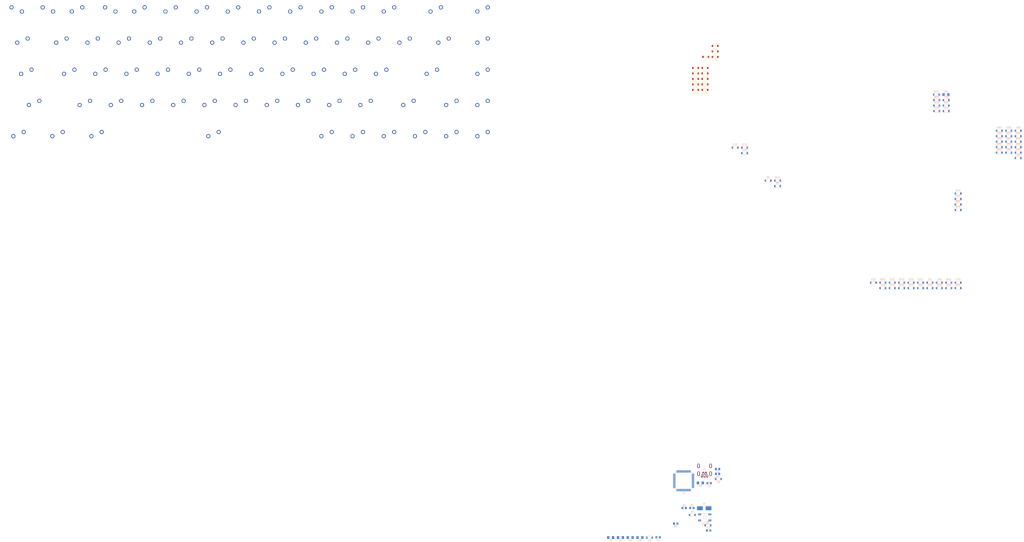
<source format=kicad_pcb>
(kicad_pcb (version 20171130) (host pcbnew 5.1.6-c6e7f7d~86~ubuntu20.04.1)
  (layers (0 F.Cu signal) (31 B.Cu signal) (34 B.Paste user) (35 F.Paste user) (36 B.SilkS user) (37 F.SilkS user) (38 B.Mask user) (39 F.Mask user) (44 Edge.Cuts user))
  (net 0 "")
  (net 1 RST)
  (net 2 GND)
  (net 3 +5V)
  (net 4 "Net-(D1-Pad2)")
  (net 5 Col1)
  (net 6 "Net-(D2-Pad2)")
  (net 7 "Net-(D3-Pad2)")
  (net 8 "Net-(D4-Pad2)")
  (net 9 "Net-(J1-Pad6)")
  (net 10 "Net-(J1-Pad2)")
  (net 11 "Net-(J1-Pad4)")
  (net 12 "Net-(J1-Pad5)")
  (net 13 "Net-(J1-Pad3)")
  (net 14 "Net-(R1-Pad2)")
  (net 15 "Net-(R3-Pad1)")
  (net 16 "Net-(R4-Pad1)")
  (net 17 "Net-(R5-Pad2)")
  (net 18 "Net-(U1-Pad42)")
  (net 19 "Net-(U1-Pad41)")
  (net 20 "Net-(U1-Pad40)")
  (net 21 "Net-(U1-Pad39)")
  (net 22 "Net-(U1-Pad38)")
  (net 23 "Net-(U1-Pad37)")
  (net 24 "Net-(U1-Pad36)")
  (net 25 "Net-(U1-Pad32)")
  (net 26 "Net-(U1-Pad31)")
  (net 27 "Net-(U1-Pad30)")
  (net 28 "Net-(U1-Pad29)")
  (net 29 "Net-(U1-Pad28)")
  (net 30 "Net-(U1-Pad27)")
  (net 31 "Net-(U1-Pad26)")
  (net 32 "Net-(U1-Pad25)")
  (net 33 "Net-(U1-Pad22)")
  (net 34 "Net-(U1-Pad21)")
  (net 35 "Net-(U1-Pad20)")
  (net 36 "Net-(U1-Pad19)")
  (net 37 "Net-(U1-Pad18)")
  (net 38 "Net-(U1-Pad12)")
  (net 39 "Net-(U1-Pad11)")
  (net 40 "Net-(U1-Pad10)")
  (net 41 "Net-(U1-Pad9)")
  (net 42 "Net-(U1-Pad8)")
  (net 43 "Net-(U1-Pad1)")
  (net 44 "Net-(C5-Pad1)")
  (net 45 "Net-(C6-Pad1)")
  (net 46 "Net-(C7-Pad1)")
  (net 47 "Net-(C8-Pad1)")
  (net 48 Row1)
  (net 49 "Net-(D5-Pad2)")
  (net 50 "Net-(D6-Pad2)")
  (net 51 "Net-(D7-Pad2)")
  (net 52 "Net-(D8-Pad2)")
  (net 53 "Net-(D9-Pad2)")
  (net 54 "Net-(D10-Pad2)")
  (net 55 "Net-(D11-Pad2)")
  (net 56 "Net-(D12-Pad2)")
  (net 57 "Net-(D13-Pad2)")
  (net 58 "Net-(D14-Pad2)")
  (net 59 "Net-(D15-Pad2)")
  (net 60 "Net-(D16-Pad2)")
  (net 61 Row2)
  (net 62 "Net-(D17-Pad2)")
  (net 63 "Net-(D18-Pad2)")
  (net 64 "Net-(D19-Pad2)")
  (net 65 "Net-(D20-Pad2)")
  (net 66 "Net-(D21-Pad2)")
  (net 67 "Net-(D22-Pad2)")
  (net 68 "Net-(D23-Pad2)")
  (net 69 "Net-(D24-Pad2)")
  (net 70 "Net-(D25-Pad2)")
  (net 71 "Net-(D26-Pad2)")
  (net 72 "Net-(D27-Pad2)")
  (net 73 "Net-(D28-Pad2)")
  (net 74 "Net-(D29-Pad2)")
  (net 75 "Net-(D30-Pad2)")
  (net 76 "Net-(D31-Pad2)")
  (net 77 Col15)
  (net 78 "Net-(D32-Pad2)")
  (net 79 "Net-(D33-Pad2)")
  (net 80 "Net-(D34-Pad2)")
  (net 81 "Net-(D35-Pad2)")
  (net 82 "Net-(D36-Pad2)")
  (net 83 "Net-(D37-Pad2)")
  (net 84 "Net-(D38-Pad2)")
  (net 85 "Net-(D39-Pad2)")
  (net 86 "Net-(D40-Pad2)")
  (net 87 "Net-(D41-Pad2)")
  (net 88 "Net-(D42-Pad2)")
  (net 89 "Net-(D43-Pad2)")
  (net 90 "Net-(D44-Pad2)")
  (net 91 "Net-(D45-Pad2)")
  (net 92 Row4)
  (net 93 "Net-(D46-Pad2)")
  (net 94 "Net-(D47-Pad2)")
  (net 95 "Net-(D48-Pad2)")
  (net 96 "Net-(D49-Pad2)")
  (net 97 "Net-(D50-Pad2)")
  (net 98 "Net-(D51-Pad2)")
  (net 99 "Net-(D52-Pad2)")
  (net 100 "Net-(D53-Pad2)")
  (net 101 "Net-(D54-Pad2)")
  (net 102 "Net-(D55-Pad2)")
  (net 103 "Net-(D56-Pad2)")
  (net 104 "Net-(D57-Pad2)")
  (net 105 "Net-(D58-Pad2)")
  (net 106 "Net-(D59-Pad2)")
  (net 107 Row5)
  (net 108 "Net-(D60-Pad2)")
  (net 109 "Net-(D61-Pad2)")
  (net 110 "Net-(D62-Pad2)")
  (net 111 "Net-(D63-Pad2)")
  (net 112 "Net-(D64-Pad2)")
  (net 113 "Net-(D65-Pad2)")
  (net 114 "Net-(D66-Pad2)")
  (net 115 "Net-(D66-Pad1)")
  (net 116 "Net-(D67-Pad2)")
  (net 117 "Net-(D68-Pad2)")
  (net 118 Col2)
  (net 119 Col3)
  (net 120 Col4)
  (net 121 Col5)
  (net 122 Col6)
  (net 123 Col7)
  (net 124 Col8)
  (net 125 Col9)
  (net 126 Col10)
  (net 127 Col11)
  (net 128 Col12)
  (net 129 Col13)
  (net 130 Col14)
  (module acheron_MX:MX150 (layer B.Cu) (at -147.6375 -328.6125 180)
    (fp_text reference SW29)
    (fp_text value \)
    (pad "" np_thru_hole circle (at -5.08 0 180) (size 1.7018 1.7018) (drill 1.7018) (layers *.Cu *.Mask))
    (pad "" np_thru_hole circle (at 5.08 0 180) (size 1.7018 1.7018) (drill 1.7018) (layers *.Cu *.Mask))
    (pad 1 thru_hole circle (at -2.54 5.08 180) (size 2.54 2.54) (drill 1.524) (layers *.Cu *.Mask) (net 130 Col14))
    (pad 2 thru_hole circle (at 3.81 2.54 180) (size 2.54 2.54) (drill 1.524) (layers *.Cu *.Mask) (net 74 "Net-(D29-Pad2)"))
    (pad "" np_thru_hole circle (at 0 0 180) (size 3.9878 3.9878) (drill 3.9878) (layers *.Cu *.Mask))
  )
  (module acheron_MX:MX100 (layer B.Cu) (at -123.825 -271.4625 180)
    (fp_text reference SW68)
    (fp_text value RIGHT)
    (pad 2 thru_hole circle (at 3.81 2.54 90) (size 2.54 2.54) (drill 1.525) (layers *.Cu *.Mask) (net 117 "Net-(D68-Pad2)"))
    (pad 1 thru_hole circle (at -2.54 5.08 180) (size 2.54 2.54) (drill 1.525) (layers *.Cu *.Mask) (net 77 Col15))
    (pad "" np_thru_hole circle (at -5.08 0 180) (size 1.7018 1.7018) (drill 1.7018) (layers *.Cu *.Mask))
    (pad "" np_thru_hole circle (at 5.08 0 180) (size 1.7018 1.7018) (drill 1.7018) (layers *.Cu *.Mask))
    (pad "" np_thru_hole circle (at 0 0 180) (size 3.9878 3.9878) (drill 3.9878) (layers *.Cu *.Mask))
  )
  (module acheron_MX:MX100 (layer B.Cu) (at -142.875 -271.4625 180)
    (fp_text reference SW67)
    (fp_text value DOWN)
    (pad 2 thru_hole circle (at 3.81 2.54 90) (size 2.54 2.54) (drill 1.525) (layers *.Cu *.Mask) (net 116 "Net-(D67-Pad2)"))
    (pad 1 thru_hole circle (at -2.54 5.08 180) (size 2.54 2.54) (drill 1.525) (layers *.Cu *.Mask) (net 130 Col14))
    (pad "" np_thru_hole circle (at -5.08 0 180) (size 1.7018 1.7018) (drill 1.7018) (layers *.Cu *.Mask))
    (pad "" np_thru_hole circle (at 5.08 0 180) (size 1.7018 1.7018) (drill 1.7018) (layers *.Cu *.Mask))
    (pad "" np_thru_hole circle (at 0 0 180) (size 3.9878 3.9878) (drill 3.9878) (layers *.Cu *.Mask))
  )
  (module acheron_MX:MX100 (layer B.Cu) (at -161.925 -271.4625 180)
    (fp_text reference SW66)
    (fp_text value LEFT)
    (pad 2 thru_hole circle (at 3.81 2.54 90) (size 2.54 2.54) (drill 1.525) (layers *.Cu *.Mask) (net 114 "Net-(D66-Pad2)"))
    (pad 1 thru_hole circle (at -2.54 5.08 180) (size 2.54 2.54) (drill 1.525) (layers *.Cu *.Mask) (net 129 Col13))
    (pad "" np_thru_hole circle (at -5.08 0 180) (size 1.7018 1.7018) (drill 1.7018) (layers *.Cu *.Mask))
    (pad "" np_thru_hole circle (at 5.08 0 180) (size 1.7018 1.7018) (drill 1.7018) (layers *.Cu *.Mask))
    (pad "" np_thru_hole circle (at 0 0 180) (size 3.9878 3.9878) (drill 3.9878) (layers *.Cu *.Mask))
  )
  (module acheron_MX:MX100 (layer B.Cu) (at -180.975 -271.4625 180)
    (fp_text reference SW65)
    (fp_text value Menu)
    (pad 2 thru_hole circle (at 3.81 2.54 90) (size 2.54 2.54) (drill 1.525) (layers *.Cu *.Mask) (net 113 "Net-(D65-Pad2)"))
    (pad 1 thru_hole circle (at -2.54 5.08 180) (size 2.54 2.54) (drill 1.525) (layers *.Cu *.Mask) (net 128 Col12))
    (pad "" np_thru_hole circle (at -5.08 0 180) (size 1.7018 1.7018) (drill 1.7018) (layers *.Cu *.Mask))
    (pad "" np_thru_hole circle (at 5.08 0 180) (size 1.7018 1.7018) (drill 1.7018) (layers *.Cu *.Mask))
    (pad "" np_thru_hole circle (at 0 0 180) (size 3.9878 3.9878) (drill 3.9878) (layers *.Cu *.Mask))
  )
  (module acheron_MX:MX100 (layer B.Cu) (at -200.025 -271.4625 180)
    (fp_text reference SW64)
    (fp_text value Win)
    (pad 2 thru_hole circle (at 3.81 2.54 90) (size 2.54 2.54) (drill 1.525) (layers *.Cu *.Mask) (net 112 "Net-(D64-Pad2)"))
    (pad 1 thru_hole circle (at -2.54 5.08 180) (size 2.54 2.54) (drill 1.525) (layers *.Cu *.Mask) (net 127 Col11))
    (pad "" np_thru_hole circle (at -5.08 0 180) (size 1.7018 1.7018) (drill 1.7018) (layers *.Cu *.Mask))
    (pad "" np_thru_hole circle (at 5.08 0 180) (size 1.7018 1.7018) (drill 1.7018) (layers *.Cu *.Mask))
    (pad "" np_thru_hole circle (at 0 0 180) (size 3.9878 3.9878) (drill 3.9878) (layers *.Cu *.Mask))
  )
  (module acheron_MX:MX100 (layer B.Cu) (at -219.075 -271.4625 180)
    (fp_text reference SW63)
    (fp_text value Alt)
    (pad 2 thru_hole circle (at 3.81 2.54 90) (size 2.54 2.54) (drill 1.525) (layers *.Cu *.Mask) (net 111 "Net-(D63-Pad2)"))
    (pad 1 thru_hole circle (at -2.54 5.08 180) (size 2.54 2.54) (drill 1.525) (layers *.Cu *.Mask) (net 126 Col10))
    (pad "" np_thru_hole circle (at -5.08 0 180) (size 1.7018 1.7018) (drill 1.7018) (layers *.Cu *.Mask))
    (pad "" np_thru_hole circle (at 5.08 0 180) (size 1.7018 1.7018) (drill 1.7018) (layers *.Cu *.Mask))
    (pad "" np_thru_hole circle (at 0 0 180) (size 3.9878 3.9878) (drill 3.9878) (layers *.Cu *.Mask))
  )
  (module acheron_MX:MX625R (layer B.Cu) (at -288.13125 -271.4625 180)
    (fp_text reference SW62)
    (fp_text value Space)
    (pad "" np_thru_hole circle (at -50.038 8.255 180) (size 3.9878 3.9878) (drill 3.9878) (layers *.Cu *.Mask))
    (pad "" np_thru_hole circle (at 50.038 8.255 180) (size 3.9878 3.9878) (drill 3.9878) (layers *.Cu *.Mask))
    (pad "" np_thru_hole circle (at 50.038 -6.985 180) (size 3.048 3.048) (drill 3.048) (layers *.Cu *.Mask))
    (pad "" np_thru_hole circle (at -50.038 -6.985 180) (size 3.048 3.048) (drill 3.048) (layers *.Cu *.Mask))
    (pad "" np_thru_hole circle (at -5.08 0 180) (size 1.7018 1.7018) (drill 1.7018) (layers *.Cu *.Mask))
    (pad "" np_thru_hole circle (at 5.08 0 180) (size 1.7018 1.7018) (drill 1.7018) (layers *.Cu *.Mask))
    (pad 1 thru_hole circle (at -2.54 5.08 180) (size 2.54 2.54) (drill 1.524) (layers *.Cu *.Mask) (net 123 Col7))
    (pad 2 thru_hole circle (at 3.81 2.54 180) (size 2.54 2.54) (drill 1.524) (layers *.Cu *.Mask) (net 110 "Net-(D62-Pad2)"))
    (pad "" np_thru_hole circle (at 0 0 180) (size 3.9878 3.9878) (drill 3.9878) (layers *.Cu *.Mask))
  )
  (module acheron_MX:MX125 (layer B.Cu) (at -359.56875 -271.4625 180)
    (fp_text reference SW61)
    (fp_text value Alt)
    (pad "" np_thru_hole circle (at -5.08 0 180) (size 1.7018 1.7018) (drill 1.7018) (layers *.Cu *.Mask))
    (pad "" np_thru_hole circle (at 5.08 0 180) (size 1.7018 1.7018) (drill 1.7018) (layers *.Cu *.Mask))
    (pad 1 thru_hole circle (at -2.54 5.08 180) (size 2.54 2.54) (drill 1.524) (layers *.Cu *.Mask) (net 119 Col3))
    (pad 2 thru_hole circle (at 3.81 2.54 180) (size 2.54 2.54) (drill 1.524) (layers *.Cu *.Mask) (net 109 "Net-(D61-Pad2)"))
    (pad "" np_thru_hole circle (at 0 0 180) (size 3.9878 3.9878) (drill 3.9878) (layers *.Cu *.Mask))
  )
  (module acheron_MX:MX125 (layer B.Cu) (at -383.38125 -271.4625 180)
    (fp_text reference SW60)
    (fp_text value Win)
    (pad "" np_thru_hole circle (at -5.08 0 180) (size 1.7018 1.7018) (drill 1.7018) (layers *.Cu *.Mask))
    (pad "" np_thru_hole circle (at 5.08 0 180) (size 1.7018 1.7018) (drill 1.7018) (layers *.Cu *.Mask))
    (pad 1 thru_hole circle (at -2.54 5.08 180) (size 2.54 2.54) (drill 1.524) (layers *.Cu *.Mask) (net 118 Col2))
    (pad 2 thru_hole circle (at 3.81 2.54 180) (size 2.54 2.54) (drill 1.524) (layers *.Cu *.Mask) (net 108 "Net-(D60-Pad2)"))
    (pad "" np_thru_hole circle (at 0 0 180) (size 3.9878 3.9878) (drill 3.9878) (layers *.Cu *.Mask))
  )
  (module acheron_MX:MX125 (layer B.Cu) (at -407.19375 -271.4625 180)
    (fp_text reference SW59)
    (fp_text value LCTRL)
    (pad "" np_thru_hole circle (at -5.08 0 180) (size 1.7018 1.7018) (drill 1.7018) (layers *.Cu *.Mask))
    (pad "" np_thru_hole circle (at 5.08 0 180) (size 1.7018 1.7018) (drill 1.7018) (layers *.Cu *.Mask))
    (pad 1 thru_hole circle (at -2.54 5.08 180) (size 2.54 2.54) (drill 1.524) (layers *.Cu *.Mask) (net 5 Col1))
    (pad 2 thru_hole circle (at 3.81 2.54 180) (size 2.54 2.54) (drill 1.524) (layers *.Cu *.Mask) (net 106 "Net-(D59-Pad2)"))
    (pad "" np_thru_hole circle (at 0 0 180) (size 3.9878 3.9878) (drill 3.9878) (layers *.Cu *.Mask))
  )
  (module acheron_MX:MX100 (layer B.Cu) (at -123.825 -290.5125 180)
    (fp_text reference SW58)
    (fp_text value M4)
    (pad 2 thru_hole circle (at 3.81 2.54 90) (size 2.54 2.54) (drill 1.525) (layers *.Cu *.Mask) (net 105 "Net-(D58-Pad2)"))
    (pad 1 thru_hole circle (at -2.54 5.08 180) (size 2.54 2.54) (drill 1.525) (layers *.Cu *.Mask) (net 77 Col15))
    (pad "" np_thru_hole circle (at -5.08 0 180) (size 1.7018 1.7018) (drill 1.7018) (layers *.Cu *.Mask))
    (pad "" np_thru_hole circle (at 5.08 0 180) (size 1.7018 1.7018) (drill 1.7018) (layers *.Cu *.Mask))
    (pad "" np_thru_hole circle (at 0 0 180) (size 3.9878 3.9878) (drill 3.9878) (layers *.Cu *.Mask))
  )
  (module acheron_MX:MX100 (layer B.Cu) (at -142.875 -290.5125 180)
    (fp_text reference SW57)
    (fp_text value UP)
    (pad 2 thru_hole circle (at 3.81 2.54 90) (size 2.54 2.54) (drill 1.525) (layers *.Cu *.Mask) (net 104 "Net-(D57-Pad2)"))
    (pad 1 thru_hole circle (at -2.54 5.08 180) (size 2.54 2.54) (drill 1.525) (layers *.Cu *.Mask) (net 130 Col14))
    (pad "" np_thru_hole circle (at -5.08 0 180) (size 1.7018 1.7018) (drill 1.7018) (layers *.Cu *.Mask))
    (pad "" np_thru_hole circle (at 5.08 0 180) (size 1.7018 1.7018) (drill 1.7018) (layers *.Cu *.Mask))
    (pad "" np_thru_hole circle (at 0 0 180) (size 3.9878 3.9878) (drill 3.9878) (layers *.Cu *.Mask))
  )
  (module acheron_MX:MX175 (layer B.Cu) (at -169.06875 -290.5125 180)
    (fp_text reference SW56)
    (fp_text value R-shift_175)
    (pad "" np_thru_hole circle (at -5.08 0 180) (size 1.7018 1.7018) (drill 1.7018) (layers *.Cu *.Mask))
    (pad "" np_thru_hole circle (at 5.08 0 180) (size 1.7018 1.7018) (drill 1.7018) (layers *.Cu *.Mask))
    (pad 1 thru_hole circle (at -2.54 5.08 180) (size 2.54 2.54) (drill 1.524) (layers *.Cu *.Mask) (net 129 Col13))
    (pad 2 thru_hole circle (at 3.81 2.54 180) (size 2.54 2.54) (drill 1.524) (layers *.Cu *.Mask) (net 103 "Net-(D56-Pad2)"))
    (pad "" np_thru_hole circle (at 0 0 180) (size 3.9878 3.9878) (drill 3.9878) (layers *.Cu *.Mask))
  )
  (module acheron_MX:MX100 (layer B.Cu) (at -195.2625 -290.5125 180)
    (fp_text reference SW55)
    (fp_text value ?)
    (pad 2 thru_hole circle (at 3.81 2.54 90) (size 2.54 2.54) (drill 1.525) (layers *.Cu *.Mask) (net 102 "Net-(D55-Pad2)"))
    (pad 1 thru_hole circle (at -2.54 5.08 180) (size 2.54 2.54) (drill 1.525) (layers *.Cu *.Mask) (net 128 Col12))
    (pad "" np_thru_hole circle (at -5.08 0 180) (size 1.7018 1.7018) (drill 1.7018) (layers *.Cu *.Mask))
    (pad "" np_thru_hole circle (at 5.08 0 180) (size 1.7018 1.7018) (drill 1.7018) (layers *.Cu *.Mask))
    (pad "" np_thru_hole circle (at 0 0 180) (size 3.9878 3.9878) (drill 3.9878) (layers *.Cu *.Mask))
  )
  (module acheron_MX:MX100 (layer B.Cu) (at -214.3125 -290.5125 180)
    (fp_text reference SW54)
    (fp_text value >)
    (pad 2 thru_hole circle (at 3.81 2.54 90) (size 2.54 2.54) (drill 1.525) (layers *.Cu *.Mask) (net 101 "Net-(D54-Pad2)"))
    (pad 1 thru_hole circle (at -2.54 5.08 180) (size 2.54 2.54) (drill 1.525) (layers *.Cu *.Mask) (net 127 Col11))
    (pad "" np_thru_hole circle (at -5.08 0 180) (size 1.7018 1.7018) (drill 1.7018) (layers *.Cu *.Mask))
    (pad "" np_thru_hole circle (at 5.08 0 180) (size 1.7018 1.7018) (drill 1.7018) (layers *.Cu *.Mask))
    (pad "" np_thru_hole circle (at 0 0 180) (size 3.9878 3.9878) (drill 3.9878) (layers *.Cu *.Mask))
  )
  (module acheron_MX:MX100 (layer B.Cu) (at -233.3625 -290.5125 180)
    (fp_text reference SW53)
    (fp_text value <)
    (pad 2 thru_hole circle (at 3.81 2.54 90) (size 2.54 2.54) (drill 1.525) (layers *.Cu *.Mask) (net 100 "Net-(D53-Pad2)"))
    (pad 1 thru_hole circle (at -2.54 5.08 180) (size 2.54 2.54) (drill 1.525) (layers *.Cu *.Mask) (net 126 Col10))
    (pad "" np_thru_hole circle (at -5.08 0 180) (size 1.7018 1.7018) (drill 1.7018) (layers *.Cu *.Mask))
    (pad "" np_thru_hole circle (at 5.08 0 180) (size 1.7018 1.7018) (drill 1.7018) (layers *.Cu *.Mask))
    (pad "" np_thru_hole circle (at 0 0 180) (size 3.9878 3.9878) (drill 3.9878) (layers *.Cu *.Mask))
  )
  (module acheron_MX:MX100 (layer B.Cu) (at -252.4125 -290.5125 180)
    (fp_text reference SW52)
    (fp_text value m)
    (pad 2 thru_hole circle (at 3.81 2.54 90) (size 2.54 2.54) (drill 1.525) (layers *.Cu *.Mask) (net 99 "Net-(D52-Pad2)"))
    (pad 1 thru_hole circle (at -2.54 5.08 180) (size 2.54 2.54) (drill 1.525) (layers *.Cu *.Mask) (net 125 Col9))
    (pad "" np_thru_hole circle (at -5.08 0 180) (size 1.7018 1.7018) (drill 1.7018) (layers *.Cu *.Mask))
    (pad "" np_thru_hole circle (at 5.08 0 180) (size 1.7018 1.7018) (drill 1.7018) (layers *.Cu *.Mask))
    (pad "" np_thru_hole circle (at 0 0 180) (size 3.9878 3.9878) (drill 3.9878) (layers *.Cu *.Mask))
  )
  (module acheron_MX:MX100 (layer B.Cu) (at -271.4625 -290.5125 180)
    (fp_text reference SW51)
    (fp_text value n)
    (pad 2 thru_hole circle (at 3.81 2.54 90) (size 2.54 2.54) (drill 1.525) (layers *.Cu *.Mask) (net 98 "Net-(D51-Pad2)"))
    (pad 1 thru_hole circle (at -2.54 5.08 180) (size 2.54 2.54) (drill 1.525) (layers *.Cu *.Mask) (net 124 Col8))
    (pad "" np_thru_hole circle (at -5.08 0 180) (size 1.7018 1.7018) (drill 1.7018) (layers *.Cu *.Mask))
    (pad "" np_thru_hole circle (at 5.08 0 180) (size 1.7018 1.7018) (drill 1.7018) (layers *.Cu *.Mask))
    (pad "" np_thru_hole circle (at 0 0 180) (size 3.9878 3.9878) (drill 3.9878) (layers *.Cu *.Mask))
  )
  (module acheron_MX:MX100 (layer B.Cu) (at -290.5125 -290.5125 180)
    (fp_text reference SW50)
    (fp_text value b)
    (pad 2 thru_hole circle (at 3.81 2.54 90) (size 2.54 2.54) (drill 1.525) (layers *.Cu *.Mask) (net 97 "Net-(D50-Pad2)"))
    (pad 1 thru_hole circle (at -2.54 5.08 180) (size 2.54 2.54) (drill 1.525) (layers *.Cu *.Mask) (net 123 Col7))
    (pad "" np_thru_hole circle (at -5.08 0 180) (size 1.7018 1.7018) (drill 1.7018) (layers *.Cu *.Mask))
    (pad "" np_thru_hole circle (at 5.08 0 180) (size 1.7018 1.7018) (drill 1.7018) (layers *.Cu *.Mask))
    (pad "" np_thru_hole circle (at 0 0 180) (size 3.9878 3.9878) (drill 3.9878) (layers *.Cu *.Mask))
  )
  (module acheron_MX:MX100 (layer B.Cu) (at -309.5625 -290.5125 180)
    (fp_text reference SW49)
    (fp_text value v)
    (pad 2 thru_hole circle (at 3.81 2.54 90) (size 2.54 2.54) (drill 1.525) (layers *.Cu *.Mask) (net 96 "Net-(D49-Pad2)"))
    (pad 1 thru_hole circle (at -2.54 5.08 180) (size 2.54 2.54) (drill 1.525) (layers *.Cu *.Mask) (net 122 Col6))
    (pad "" np_thru_hole circle (at -5.08 0 180) (size 1.7018 1.7018) (drill 1.7018) (layers *.Cu *.Mask))
    (pad "" np_thru_hole circle (at 5.08 0 180) (size 1.7018 1.7018) (drill 1.7018) (layers *.Cu *.Mask))
    (pad "" np_thru_hole circle (at 0 0 180) (size 3.9878 3.9878) (drill 3.9878) (layers *.Cu *.Mask))
  )
  (module acheron_MX:MX100 (layer B.Cu) (at -328.6125 -290.5125 180)
    (fp_text reference SW48)
    (fp_text value c)
    (pad 2 thru_hole circle (at 3.81 2.54 90) (size 2.54 2.54) (drill 1.525) (layers *.Cu *.Mask) (net 95 "Net-(D48-Pad2)"))
    (pad 1 thru_hole circle (at -2.54 5.08 180) (size 2.54 2.54) (drill 1.525) (layers *.Cu *.Mask) (net 121 Col5))
    (pad "" np_thru_hole circle (at -5.08 0 180) (size 1.7018 1.7018) (drill 1.7018) (layers *.Cu *.Mask))
    (pad "" np_thru_hole circle (at 5.08 0 180) (size 1.7018 1.7018) (drill 1.7018) (layers *.Cu *.Mask))
    (pad "" np_thru_hole circle (at 0 0 180) (size 3.9878 3.9878) (drill 3.9878) (layers *.Cu *.Mask))
  )
  (module acheron_MX:MX100 (layer B.Cu) (at -347.6625 -290.5125 180)
    (fp_text reference SW47)
    (fp_text value x)
    (pad 2 thru_hole circle (at 3.81 2.54 90) (size 2.54 2.54) (drill 1.525) (layers *.Cu *.Mask) (net 94 "Net-(D47-Pad2)"))
    (pad 1 thru_hole circle (at -2.54 5.08 180) (size 2.54 2.54) (drill 1.525) (layers *.Cu *.Mask) (net 120 Col4))
    (pad "" np_thru_hole circle (at -5.08 0 180) (size 1.7018 1.7018) (drill 1.7018) (layers *.Cu *.Mask))
    (pad "" np_thru_hole circle (at 5.08 0 180) (size 1.7018 1.7018) (drill 1.7018) (layers *.Cu *.Mask))
    (pad "" np_thru_hole circle (at 0 0 180) (size 3.9878 3.9878) (drill 3.9878) (layers *.Cu *.Mask))
  )
  (module acheron_MX:MX100 (layer B.Cu) (at -366.7125 -290.5125 180)
    (fp_text reference SW46)
    (fp_text value z)
    (pad 2 thru_hole circle (at 3.81 2.54 90) (size 2.54 2.54) (drill 1.525) (layers *.Cu *.Mask) (net 93 "Net-(D46-Pad2)"))
    (pad 1 thru_hole circle (at -2.54 5.08 180) (size 2.54 2.54) (drill 1.525) (layers *.Cu *.Mask) (net 119 Col3))
    (pad "" np_thru_hole circle (at -5.08 0 180) (size 1.7018 1.7018) (drill 1.7018) (layers *.Cu *.Mask))
    (pad "" np_thru_hole circle (at 5.08 0 180) (size 1.7018 1.7018) (drill 1.7018) (layers *.Cu *.Mask))
    (pad "" np_thru_hole circle (at 0 0 180) (size 3.9878 3.9878) (drill 3.9878) (layers *.Cu *.Mask))
  )
  (module acheron_MX:MX225 (layer B.Cu) (at -397.66875 -290.5125 180)
    (fp_text reference SW45)
    (fp_text value LShift_225)
    (pad "" np_thru_hole circle (at -11.938 -8.255 180) (size 3.9878 3.9878) (drill 3.9878) (layers *.Cu *.Mask))
    (pad "" np_thru_hole circle (at 11.938 -8.255 180) (size 3.9878 3.9878) (drill 3.9878) (layers *.Cu *.Mask))
    (pad "" np_thru_hole circle (at 11.938 6.985 180) (size 3.048 3.048) (drill 3.048) (layers *.Cu *.Mask))
    (pad "" np_thru_hole circle (at -11.938 6.985 180) (size 3.048 3.048) (drill 3.048) (layers *.Cu *.Mask))
    (pad "" np_thru_hole circle (at -5.08 0 180) (size 1.7018 1.7018) (drill 1.7018) (layers *.Cu *.Mask))
    (pad "" np_thru_hole circle (at 5.08 0 180) (size 1.7018 1.7018) (drill 1.7018) (layers *.Cu *.Mask))
    (pad 1 thru_hole circle (at -2.54 5.08 180) (size 2.54 2.54) (drill 1.524) (layers *.Cu *.Mask) (net 5 Col1))
    (pad 2 thru_hole circle (at 3.81 2.54 180) (size 2.54 2.54) (drill 1.524) (layers *.Cu *.Mask) (net 91 "Net-(D45-Pad2)"))
    (pad "" np_thru_hole circle (at 0 0 180) (size 3.9878 3.9878) (drill 3.9878) (layers *.Cu *.Mask))
  )
  (module acheron_MX:MX100 (layer B.Cu) (at -123.825 -309.5625 180)
    (fp_text reference SW44)
    (fp_text value M3)
    (pad 2 thru_hole circle (at 3.81 2.54 90) (size 2.54 2.54) (drill 1.525) (layers *.Cu *.Mask) (net 90 "Net-(D44-Pad2)"))
    (pad 1 thru_hole circle (at -2.54 5.08 180) (size 2.54 2.54) (drill 1.525) (layers *.Cu *.Mask) (net 77 Col15))
    (pad "" np_thru_hole circle (at -5.08 0 180) (size 1.7018 1.7018) (drill 1.7018) (layers *.Cu *.Mask))
    (pad "" np_thru_hole circle (at 5.08 0 180) (size 1.7018 1.7018) (drill 1.7018) (layers *.Cu *.Mask))
    (pad "" np_thru_hole circle (at 0 0 180) (size 3.9878 3.9878) (drill 3.9878) (layers *.Cu *.Mask))
  )
  (module acheron_MX:MX225 (layer B.Cu) (at -154.78125 -309.5625 180)
    (fp_text reference SW43)
    (fp_text value Enter_2.25)
    (pad "" np_thru_hole circle (at -11.938 -8.255 180) (size 3.9878 3.9878) (drill 3.9878) (layers *.Cu *.Mask))
    (pad "" np_thru_hole circle (at 11.938 -8.255 180) (size 3.9878 3.9878) (drill 3.9878) (layers *.Cu *.Mask))
    (pad "" np_thru_hole circle (at 11.938 6.985 180) (size 3.048 3.048) (drill 3.048) (layers *.Cu *.Mask))
    (pad "" np_thru_hole circle (at -11.938 6.985 180) (size 3.048 3.048) (drill 3.048) (layers *.Cu *.Mask))
    (pad "" np_thru_hole circle (at -5.08 0 180) (size 1.7018 1.7018) (drill 1.7018) (layers *.Cu *.Mask))
    (pad "" np_thru_hole circle (at 5.08 0 180) (size 1.7018 1.7018) (drill 1.7018) (layers *.Cu *.Mask))
    (pad 1 thru_hole circle (at -2.54 5.08 180) (size 2.54 2.54) (drill 1.524) (layers *.Cu *.Mask) (net 130 Col14))
    (pad 2 thru_hole circle (at 3.81 2.54 180) (size 2.54 2.54) (drill 1.524) (layers *.Cu *.Mask) (net 89 "Net-(D43-Pad2)"))
    (pad "" np_thru_hole circle (at 0 0 180) (size 3.9878 3.9878) (drill 3.9878) (layers *.Cu *.Mask))
  )
  (module acheron_MX:MX100 (layer B.Cu) (at -185.7375 -309.5625 180)
    (fp_text reference SW42)
    (fp_text value "\"")
    (pad 2 thru_hole circle (at 3.81 2.54 90) (size 2.54 2.54) (drill 1.525) (layers *.Cu *.Mask) (net 88 "Net-(D42-Pad2)"))
    (pad 1 thru_hole circle (at -2.54 5.08 180) (size 2.54 2.54) (drill 1.525) (layers *.Cu *.Mask) (net 128 Col12))
    (pad "" np_thru_hole circle (at -5.08 0 180) (size 1.7018 1.7018) (drill 1.7018) (layers *.Cu *.Mask))
    (pad "" np_thru_hole circle (at 5.08 0 180) (size 1.7018 1.7018) (drill 1.7018) (layers *.Cu *.Mask))
    (pad "" np_thru_hole circle (at 0 0 180) (size 3.9878 3.9878) (drill 3.9878) (layers *.Cu *.Mask))
  )
  (module acheron_MX:MX100 (layer B.Cu) (at -204.7875 -309.5625 180)
    (fp_text reference SW41)
    (fp_text value :)
    (pad 2 thru_hole circle (at 3.81 2.54 90) (size 2.54 2.54) (drill 1.525) (layers *.Cu *.Mask) (net 87 "Net-(D41-Pad2)"))
    (pad 1 thru_hole circle (at -2.54 5.08 180) (size 2.54 2.54) (drill 1.525) (layers *.Cu *.Mask) (net 127 Col11))
    (pad "" np_thru_hole circle (at -5.08 0 180) (size 1.7018 1.7018) (drill 1.7018) (layers *.Cu *.Mask))
    (pad "" np_thru_hole circle (at 5.08 0 180) (size 1.7018 1.7018) (drill 1.7018) (layers *.Cu *.Mask))
    (pad "" np_thru_hole circle (at 0 0 180) (size 3.9878 3.9878) (drill 3.9878) (layers *.Cu *.Mask))
  )
  (module acheron_MX:MX100 (layer B.Cu) (at -223.8375 -309.5625 180)
    (fp_text reference SW40)
    (fp_text value L)
    (pad 2 thru_hole circle (at 3.81 2.54 90) (size 2.54 2.54) (drill 1.525) (layers *.Cu *.Mask) (net 86 "Net-(D40-Pad2)"))
    (pad 1 thru_hole circle (at -2.54 5.08 180) (size 2.54 2.54) (drill 1.525) (layers *.Cu *.Mask) (net 126 Col10))
    (pad "" np_thru_hole circle (at -5.08 0 180) (size 1.7018 1.7018) (drill 1.7018) (layers *.Cu *.Mask))
    (pad "" np_thru_hole circle (at 5.08 0 180) (size 1.7018 1.7018) (drill 1.7018) (layers *.Cu *.Mask))
    (pad "" np_thru_hole circle (at 0 0 180) (size 3.9878 3.9878) (drill 3.9878) (layers *.Cu *.Mask))
  )
  (module acheron_MX:MX100 (layer B.Cu) (at -242.8875 -309.5625 180)
    (fp_text reference SW39)
    (fp_text value K)
    (pad 2 thru_hole circle (at 3.81 2.54 90) (size 2.54 2.54) (drill 1.525) (layers *.Cu *.Mask) (net 85 "Net-(D39-Pad2)"))
    (pad 1 thru_hole circle (at -2.54 5.08 180) (size 2.54 2.54) (drill 1.525) (layers *.Cu *.Mask) (net 125 Col9))
    (pad "" np_thru_hole circle (at -5.08 0 180) (size 1.7018 1.7018) (drill 1.7018) (layers *.Cu *.Mask))
    (pad "" np_thru_hole circle (at 5.08 0 180) (size 1.7018 1.7018) (drill 1.7018) (layers *.Cu *.Mask))
    (pad "" np_thru_hole circle (at 0 0 180) (size 3.9878 3.9878) (drill 3.9878) (layers *.Cu *.Mask))
  )
  (module acheron_MX:MX100 (layer B.Cu) (at -261.9375 -309.5625 180)
    (fp_text reference SW38)
    (fp_text value J)
    (pad 2 thru_hole circle (at 3.81 2.54 90) (size 2.54 2.54) (drill 1.525) (layers *.Cu *.Mask) (net 84 "Net-(D38-Pad2)"))
    (pad 1 thru_hole circle (at -2.54 5.08 180) (size 2.54 2.54) (drill 1.525) (layers *.Cu *.Mask) (net 124 Col8))
    (pad "" np_thru_hole circle (at -5.08 0 180) (size 1.7018 1.7018) (drill 1.7018) (layers *.Cu *.Mask))
    (pad "" np_thru_hole circle (at 5.08 0 180) (size 1.7018 1.7018) (drill 1.7018) (layers *.Cu *.Mask))
    (pad "" np_thru_hole circle (at 0 0 180) (size 3.9878 3.9878) (drill 3.9878) (layers *.Cu *.Mask))
  )
  (module acheron_MX:MX100 (layer B.Cu) (at -280.9875 -309.5625 180)
    (fp_text reference SW37)
    (fp_text value H)
    (pad 2 thru_hole circle (at 3.81 2.54 90) (size 2.54 2.54) (drill 1.525) (layers *.Cu *.Mask) (net 83 "Net-(D37-Pad2)"))
    (pad 1 thru_hole circle (at -2.54 5.08 180) (size 2.54 2.54) (drill 1.525) (layers *.Cu *.Mask) (net 123 Col7))
    (pad "" np_thru_hole circle (at -5.08 0 180) (size 1.7018 1.7018) (drill 1.7018) (layers *.Cu *.Mask))
    (pad "" np_thru_hole circle (at 5.08 0 180) (size 1.7018 1.7018) (drill 1.7018) (layers *.Cu *.Mask))
    (pad "" np_thru_hole circle (at 0 0 180) (size 3.9878 3.9878) (drill 3.9878) (layers *.Cu *.Mask))
  )
  (module acheron_MX:MX100 (layer B.Cu) (at -300.0375 -309.5625 180)
    (fp_text reference SW36)
    (fp_text value G)
    (pad 2 thru_hole circle (at 3.81 2.54 90) (size 2.54 2.54) (drill 1.525) (layers *.Cu *.Mask) (net 82 "Net-(D36-Pad2)"))
    (pad 1 thru_hole circle (at -2.54 5.08 180) (size 2.54 2.54) (drill 1.525) (layers *.Cu *.Mask) (net 122 Col6))
    (pad "" np_thru_hole circle (at -5.08 0 180) (size 1.7018 1.7018) (drill 1.7018) (layers *.Cu *.Mask))
    (pad "" np_thru_hole circle (at 5.08 0 180) (size 1.7018 1.7018) (drill 1.7018) (layers *.Cu *.Mask))
    (pad "" np_thru_hole circle (at 0 0 180) (size 3.9878 3.9878) (drill 3.9878) (layers *.Cu *.Mask))
  )
  (module acheron_MX:MX100 (layer B.Cu) (at -319.0875 -309.5625 180)
    (fp_text reference SW35)
    (fp_text value F)
    (pad 2 thru_hole circle (at 3.81 2.54 90) (size 2.54 2.54) (drill 1.525) (layers *.Cu *.Mask) (net 81 "Net-(D35-Pad2)"))
    (pad 1 thru_hole circle (at -2.54 5.08 180) (size 2.54 2.54) (drill 1.525) (layers *.Cu *.Mask) (net 121 Col5))
    (pad "" np_thru_hole circle (at -5.08 0 180) (size 1.7018 1.7018) (drill 1.7018) (layers *.Cu *.Mask))
    (pad "" np_thru_hole circle (at 5.08 0 180) (size 1.7018 1.7018) (drill 1.7018) (layers *.Cu *.Mask))
    (pad "" np_thru_hole circle (at 0 0 180) (size 3.9878 3.9878) (drill 3.9878) (layers *.Cu *.Mask))
  )
  (module acheron_MX:MX100 (layer B.Cu) (at -338.1375 -309.5625 180)
    (fp_text reference SW34)
    (fp_text value D)
    (pad 2 thru_hole circle (at 3.81 2.54 90) (size 2.54 2.54) (drill 1.525) (layers *.Cu *.Mask) (net 80 "Net-(D34-Pad2)"))
    (pad 1 thru_hole circle (at -2.54 5.08 180) (size 2.54 2.54) (drill 1.525) (layers *.Cu *.Mask) (net 120 Col4))
    (pad "" np_thru_hole circle (at -5.08 0 180) (size 1.7018 1.7018) (drill 1.7018) (layers *.Cu *.Mask))
    (pad "" np_thru_hole circle (at 5.08 0 180) (size 1.7018 1.7018) (drill 1.7018) (layers *.Cu *.Mask))
    (pad "" np_thru_hole circle (at 0 0 180) (size 3.9878 3.9878) (drill 3.9878) (layers *.Cu *.Mask))
  )
  (module acheron_MX:MX100 (layer B.Cu) (at -357.1875 -309.5625 180)
    (fp_text reference SW33)
    (fp_text value S)
    (pad 2 thru_hole circle (at 3.81 2.54 90) (size 2.54 2.54) (drill 1.525) (layers *.Cu *.Mask) (net 79 "Net-(D33-Pad2)"))
    (pad 1 thru_hole circle (at -2.54 5.08 180) (size 2.54 2.54) (drill 1.525) (layers *.Cu *.Mask) (net 119 Col3))
    (pad "" np_thru_hole circle (at -5.08 0 180) (size 1.7018 1.7018) (drill 1.7018) (layers *.Cu *.Mask))
    (pad "" np_thru_hole circle (at 5.08 0 180) (size 1.7018 1.7018) (drill 1.7018) (layers *.Cu *.Mask))
    (pad "" np_thru_hole circle (at 0 0 180) (size 3.9878 3.9878) (drill 3.9878) (layers *.Cu *.Mask))
  )
  (module acheron_MX:MX100 (layer B.Cu) (at -376.2375 -309.5625 180)
    (fp_text reference SW32)
    (fp_text value A)
    (pad 2 thru_hole circle (at 3.81 2.54 90) (size 2.54 2.54) (drill 1.525) (layers *.Cu *.Mask) (net 78 "Net-(D32-Pad2)"))
    (pad 1 thru_hole circle (at -2.54 5.08 180) (size 2.54 2.54) (drill 1.525) (layers *.Cu *.Mask) (net 118 Col2))
    (pad "" np_thru_hole circle (at -5.08 0 180) (size 1.7018 1.7018) (drill 1.7018) (layers *.Cu *.Mask))
    (pad "" np_thru_hole circle (at 5.08 0 180) (size 1.7018 1.7018) (drill 1.7018) (layers *.Cu *.Mask))
    (pad "" np_thru_hole circle (at 0 0 180) (size 3.9878 3.9878) (drill 3.9878) (layers *.Cu *.Mask))
  )
  (module acheron_MX:MX175 (layer B.Cu) (at -402.43125 -309.5625 180)
    (fp_text reference SW31)
    (fp_text value Caps)
    (pad "" np_thru_hole circle (at -5.08 0 180) (size 1.7018 1.7018) (drill 1.7018) (layers *.Cu *.Mask))
    (pad "" np_thru_hole circle (at 5.08 0 180) (size 1.7018 1.7018) (drill 1.7018) (layers *.Cu *.Mask))
    (pad 1 thru_hole circle (at -2.54 5.08 180) (size 2.54 2.54) (drill 1.524) (layers *.Cu *.Mask) (net 5 Col1))
    (pad 2 thru_hole circle (at 3.81 2.54 180) (size 2.54 2.54) (drill 1.524) (layers *.Cu *.Mask) (net 76 "Net-(D31-Pad2)"))
    (pad "" np_thru_hole circle (at 0 0 180) (size 3.9878 3.9878) (drill 3.9878) (layers *.Cu *.Mask))
  )
  (module acheron_MX:MX100 (layer B.Cu) (at -123.825 -328.6125 180)
    (fp_text reference SW30)
    (fp_text value M2)
    (pad 2 thru_hole circle (at 3.81 2.54 90) (size 2.54 2.54) (drill 1.525) (layers *.Cu *.Mask) (net 75 "Net-(D30-Pad2)"))
    (pad 1 thru_hole circle (at -2.54 5.08 180) (size 2.54 2.54) (drill 1.525) (layers *.Cu *.Mask) (net 77 Col15))
    (pad "" np_thru_hole circle (at -5.08 0 180) (size 1.7018 1.7018) (drill 1.7018) (layers *.Cu *.Mask))
    (pad "" np_thru_hole circle (at 5.08 0 180) (size 1.7018 1.7018) (drill 1.7018) (layers *.Cu *.Mask))
    (pad "" np_thru_hole circle (at 0 0 180) (size 3.9878 3.9878) (drill 3.9878) (layers *.Cu *.Mask))
  )
  (module acheron_MX:MX100 (layer B.Cu) (at -171.45 -328.6125 180)
    (fp_text reference SW28)
    (fp_text value })
    (pad 2 thru_hole circle (at 3.81 2.54 90) (size 2.54 2.54) (drill 1.525) (layers *.Cu *.Mask) (net 73 "Net-(D28-Pad2)"))
    (pad 1 thru_hole circle (at -2.54 5.08 180) (size 2.54 2.54) (drill 1.525) (layers *.Cu *.Mask) (net 129 Col13))
    (pad "" np_thru_hole circle (at -5.08 0 180) (size 1.7018 1.7018) (drill 1.7018) (layers *.Cu *.Mask))
    (pad "" np_thru_hole circle (at 5.08 0 180) (size 1.7018 1.7018) (drill 1.7018) (layers *.Cu *.Mask))
    (pad "" np_thru_hole circle (at 0 0 180) (size 3.9878 3.9878) (drill 3.9878) (layers *.Cu *.Mask))
  )
  (module acheron_MX:MX100 (layer B.Cu) (at -190.5 -328.6125 180)
    (fp_text reference SW27)
    (fp_text value {)
    (pad 2 thru_hole circle (at 3.81 2.54 90) (size 2.54 2.54) (drill 1.525) (layers *.Cu *.Mask) (net 72 "Net-(D27-Pad2)"))
    (pad 1 thru_hole circle (at -2.54 5.08 180) (size 2.54 2.54) (drill 1.525) (layers *.Cu *.Mask) (net 128 Col12))
    (pad "" np_thru_hole circle (at -5.08 0 180) (size 1.7018 1.7018) (drill 1.7018) (layers *.Cu *.Mask))
    (pad "" np_thru_hole circle (at 5.08 0 180) (size 1.7018 1.7018) (drill 1.7018) (layers *.Cu *.Mask))
    (pad "" np_thru_hole circle (at 0 0 180) (size 3.9878 3.9878) (drill 3.9878) (layers *.Cu *.Mask))
  )
  (module acheron_MX:MX100 (layer B.Cu) (at -209.55 -328.6125 180)
    (fp_text reference SW26)
    (fp_text value P)
    (pad 2 thru_hole circle (at 3.81 2.54 90) (size 2.54 2.54) (drill 1.525) (layers *.Cu *.Mask) (net 71 "Net-(D26-Pad2)"))
    (pad 1 thru_hole circle (at -2.54 5.08 180) (size 2.54 2.54) (drill 1.525) (layers *.Cu *.Mask) (net 127 Col11))
    (pad "" np_thru_hole circle (at -5.08 0 180) (size 1.7018 1.7018) (drill 1.7018) (layers *.Cu *.Mask))
    (pad "" np_thru_hole circle (at 5.08 0 180) (size 1.7018 1.7018) (drill 1.7018) (layers *.Cu *.Mask))
    (pad "" np_thru_hole circle (at 0 0 180) (size 3.9878 3.9878) (drill 3.9878) (layers *.Cu *.Mask))
  )
  (module acheron_MX:MX100 (layer B.Cu) (at -228.6 -328.6125 180)
    (fp_text reference SW25)
    (fp_text value O)
    (pad 2 thru_hole circle (at 3.81 2.54 90) (size 2.54 2.54) (drill 1.525) (layers *.Cu *.Mask) (net 70 "Net-(D25-Pad2)"))
    (pad 1 thru_hole circle (at -2.54 5.08 180) (size 2.54 2.54) (drill 1.525) (layers *.Cu *.Mask) (net 126 Col10))
    (pad "" np_thru_hole circle (at -5.08 0 180) (size 1.7018 1.7018) (drill 1.7018) (layers *.Cu *.Mask))
    (pad "" np_thru_hole circle (at 5.08 0 180) (size 1.7018 1.7018) (drill 1.7018) (layers *.Cu *.Mask))
    (pad "" np_thru_hole circle (at 0 0 180) (size 3.9878 3.9878) (drill 3.9878) (layers *.Cu *.Mask))
  )
  (module acheron_MX:MX100 (layer B.Cu) (at -247.65 -328.6125 180)
    (fp_text reference SW24)
    (fp_text value I)
    (pad 2 thru_hole circle (at 3.81 2.54 90) (size 2.54 2.54) (drill 1.525) (layers *.Cu *.Mask) (net 69 "Net-(D24-Pad2)"))
    (pad 1 thru_hole circle (at -2.54 5.08 180) (size 2.54 2.54) (drill 1.525) (layers *.Cu *.Mask) (net 125 Col9))
    (pad "" np_thru_hole circle (at -5.08 0 180) (size 1.7018 1.7018) (drill 1.7018) (layers *.Cu *.Mask))
    (pad "" np_thru_hole circle (at 5.08 0 180) (size 1.7018 1.7018) (drill 1.7018) (layers *.Cu *.Mask))
    (pad "" np_thru_hole circle (at 0 0 180) (size 3.9878 3.9878) (drill 3.9878) (layers *.Cu *.Mask))
  )
  (module acheron_MX:MX100 (layer B.Cu) (at -266.7 -328.6125 180)
    (fp_text reference SW23)
    (fp_text value U)
    (pad 2 thru_hole circle (at 3.81 2.54 90) (size 2.54 2.54) (drill 1.525) (layers *.Cu *.Mask) (net 68 "Net-(D23-Pad2)"))
    (pad 1 thru_hole circle (at -2.54 5.08 180) (size 2.54 2.54) (drill 1.525) (layers *.Cu *.Mask) (net 124 Col8))
    (pad "" np_thru_hole circle (at -5.08 0 180) (size 1.7018 1.7018) (drill 1.7018) (layers *.Cu *.Mask))
    (pad "" np_thru_hole circle (at 5.08 0 180) (size 1.7018 1.7018) (drill 1.7018) (layers *.Cu *.Mask))
    (pad "" np_thru_hole circle (at 0 0 180) (size 3.9878 3.9878) (drill 3.9878) (layers *.Cu *.Mask))
  )
  (module acheron_MX:MX100 (layer B.Cu) (at -285.75 -328.6125 180)
    (fp_text reference SW22)
    (fp_text value Y)
    (pad 2 thru_hole circle (at 3.81 2.54 90) (size 2.54 2.54) (drill 1.525) (layers *.Cu *.Mask) (net 67 "Net-(D22-Pad2)"))
    (pad 1 thru_hole circle (at -2.54 5.08 180) (size 2.54 2.54) (drill 1.525) (layers *.Cu *.Mask) (net 123 Col7))
    (pad "" np_thru_hole circle (at -5.08 0 180) (size 1.7018 1.7018) (drill 1.7018) (layers *.Cu *.Mask))
    (pad "" np_thru_hole circle (at 5.08 0 180) (size 1.7018 1.7018) (drill 1.7018) (layers *.Cu *.Mask))
    (pad "" np_thru_hole circle (at 0 0 180) (size 3.9878 3.9878) (drill 3.9878) (layers *.Cu *.Mask))
  )
  (module acheron_MX:MX100 (layer B.Cu) (at -304.8 -328.6125 180)
    (fp_text reference SW21)
    (fp_text value T)
    (pad 2 thru_hole circle (at 3.81 2.54 90) (size 2.54 2.54) (drill 1.525) (layers *.Cu *.Mask) (net 66 "Net-(D21-Pad2)"))
    (pad 1 thru_hole circle (at -2.54 5.08 180) (size 2.54 2.54) (drill 1.525) (layers *.Cu *.Mask) (net 122 Col6))
    (pad "" np_thru_hole circle (at -5.08 0 180) (size 1.7018 1.7018) (drill 1.7018) (layers *.Cu *.Mask))
    (pad "" np_thru_hole circle (at 5.08 0 180) (size 1.7018 1.7018) (drill 1.7018) (layers *.Cu *.Mask))
    (pad "" np_thru_hole circle (at 0 0 180) (size 3.9878 3.9878) (drill 3.9878) (layers *.Cu *.Mask))
  )
  (module acheron_MX:MX100 (layer B.Cu) (at -323.85 -328.6125 180)
    (fp_text reference SW20)
    (fp_text value R)
    (pad 2 thru_hole circle (at 3.81 2.54 90) (size 2.54 2.54) (drill 1.525) (layers *.Cu *.Mask) (net 65 "Net-(D20-Pad2)"))
    (pad 1 thru_hole circle (at -2.54 5.08 180) (size 2.54 2.54) (drill 1.525) (layers *.Cu *.Mask) (net 121 Col5))
    (pad "" np_thru_hole circle (at -5.08 0 180) (size 1.7018 1.7018) (drill 1.7018) (layers *.Cu *.Mask))
    (pad "" np_thru_hole circle (at 5.08 0 180) (size 1.7018 1.7018) (drill 1.7018) (layers *.Cu *.Mask))
    (pad "" np_thru_hole circle (at 0 0 180) (size 3.9878 3.9878) (drill 3.9878) (layers *.Cu *.Mask))
  )
  (module acheron_MX:MX100 (layer B.Cu) (at -342.9 -328.6125 180)
    (fp_text reference SW19)
    (fp_text value E)
    (pad 2 thru_hole circle (at 3.81 2.54 90) (size 2.54 2.54) (drill 1.525) (layers *.Cu *.Mask) (net 64 "Net-(D19-Pad2)"))
    (pad 1 thru_hole circle (at -2.54 5.08 180) (size 2.54 2.54) (drill 1.525) (layers *.Cu *.Mask) (net 120 Col4))
    (pad "" np_thru_hole circle (at -5.08 0 180) (size 1.7018 1.7018) (drill 1.7018) (layers *.Cu *.Mask))
    (pad "" np_thru_hole circle (at 5.08 0 180) (size 1.7018 1.7018) (drill 1.7018) (layers *.Cu *.Mask))
    (pad "" np_thru_hole circle (at 0 0 180) (size 3.9878 3.9878) (drill 3.9878) (layers *.Cu *.Mask))
  )
  (module acheron_MX:MX100 (layer B.Cu) (at -361.95 -328.6125 180)
    (fp_text reference SW18)
    (fp_text value W)
    (pad 2 thru_hole circle (at 3.81 2.54 90) (size 2.54 2.54) (drill 1.525) (layers *.Cu *.Mask) (net 63 "Net-(D18-Pad2)"))
    (pad 1 thru_hole circle (at -2.54 5.08 180) (size 2.54 2.54) (drill 1.525) (layers *.Cu *.Mask) (net 119 Col3))
    (pad "" np_thru_hole circle (at -5.08 0 180) (size 1.7018 1.7018) (drill 1.7018) (layers *.Cu *.Mask))
    (pad "" np_thru_hole circle (at 5.08 0 180) (size 1.7018 1.7018) (drill 1.7018) (layers *.Cu *.Mask))
    (pad "" np_thru_hole circle (at 0 0 180) (size 3.9878 3.9878) (drill 3.9878) (layers *.Cu *.Mask))
  )
  (module acheron_MX:MX100 (layer B.Cu) (at -381 -328.6125 180)
    (fp_text reference SW17)
    (fp_text value Q)
    (pad 2 thru_hole circle (at 3.81 2.54 90) (size 2.54 2.54) (drill 1.525) (layers *.Cu *.Mask) (net 62 "Net-(D17-Pad2)"))
    (pad 1 thru_hole circle (at -2.54 5.08 180) (size 2.54 2.54) (drill 1.525) (layers *.Cu *.Mask) (net 118 Col2))
    (pad "" np_thru_hole circle (at -5.08 0 180) (size 1.7018 1.7018) (drill 1.7018) (layers *.Cu *.Mask))
    (pad "" np_thru_hole circle (at 5.08 0 180) (size 1.7018 1.7018) (drill 1.7018) (layers *.Cu *.Mask))
    (pad "" np_thru_hole circle (at 0 0 180) (size 3.9878 3.9878) (drill 3.9878) (layers *.Cu *.Mask))
  )
  (module acheron_MX:MX150 (layer B.Cu) (at -404.8125 -328.6125 180)
    (fp_text reference SW16)
    (fp_text value Tab_150)
    (pad "" np_thru_hole circle (at -5.08 0 180) (size 1.7018 1.7018) (drill 1.7018) (layers *.Cu *.Mask))
    (pad "" np_thru_hole circle (at 5.08 0 180) (size 1.7018 1.7018) (drill 1.7018) (layers *.Cu *.Mask))
    (pad 1 thru_hole circle (at -2.54 5.08 180) (size 2.54 2.54) (drill 1.524) (layers *.Cu *.Mask) (net 5 Col1))
    (pad 2 thru_hole circle (at 3.81 2.54 180) (size 2.54 2.54) (drill 1.524) (layers *.Cu *.Mask) (net 60 "Net-(D16-Pad2)"))
    (pad "" np_thru_hole circle (at 0 0 180) (size 3.9878 3.9878) (drill 3.9878) (layers *.Cu *.Mask))
  )
  (module acheron_MX:MX100 (layer B.Cu) (at -123.825 -347.6625 180)
    (fp_text reference SW15)
    (fp_text value M1)
    (pad 2 thru_hole circle (at 3.81 2.54 90) (size 2.54 2.54) (drill 1.525) (layers *.Cu *.Mask) (net 59 "Net-(D15-Pad2)"))
    (pad 1 thru_hole circle (at -2.54 5.08 180) (size 2.54 2.54) (drill 1.525) (layers *.Cu *.Mask) (net 77 Col15))
    (pad "" np_thru_hole circle (at -5.08 0 180) (size 1.7018 1.7018) (drill 1.7018) (layers *.Cu *.Mask))
    (pad "" np_thru_hole circle (at 5.08 0 180) (size 1.7018 1.7018) (drill 1.7018) (layers *.Cu *.Mask))
    (pad "" np_thru_hole circle (at 0 0 180) (size 3.9878 3.9878) (drill 3.9878) (layers *.Cu *.Mask))
  )
  (module acheron_MX:MX200 (layer B.Cu) (at -152.4 -347.6625 180)
    (fp_text reference SW14)
    (fp_text value Backspace_200)
    (pad "" np_thru_hole circle (at -11.938 -8.255 180) (size 3.9878 3.9878) (drill 3.9878) (layers *.Cu *.Mask))
    (pad "" np_thru_hole circle (at 11.938 -8.255 180) (size 3.9878 3.9878) (drill 3.9878) (layers *.Cu *.Mask))
    (pad "" np_thru_hole circle (at 11.938 6.985 180) (size 3.048 3.048) (drill 3.048) (layers *.Cu *.Mask))
    (pad "" np_thru_hole circle (at -11.938 6.985 180) (size 3.048 3.048) (drill 3.048) (layers *.Cu *.Mask))
    (pad "" np_thru_hole circle (at -5.08 0 180) (size 1.7018 1.7018) (drill 1.7018) (layers *.Cu *.Mask))
    (pad "" np_thru_hole circle (at 5.08 0 180) (size 1.7018 1.7018) (drill 1.7018) (layers *.Cu *.Mask))
    (pad 1 thru_hole circle (at -2.54 5.08 180) (size 2.54 2.54) (drill 1.524) (layers *.Cu *.Mask) (net 130 Col14))
    (pad 2 thru_hole circle (at 3.81 2.54 180) (size 2.54 2.54) (drill 1.524) (layers *.Cu *.Mask) (net 58 "Net-(D14-Pad2)"))
    (pad "" np_thru_hole circle (at 0 0 180) (size 3.9878 3.9878) (drill 3.9878) (layers *.Cu *.Mask))
  )
  (module acheron_MX:MX100 (layer B.Cu) (at -180.975 -347.6625 180)
    (fp_text reference SW13)
    (fp_text value =/+)
    (pad 2 thru_hole circle (at 3.81 2.54 90) (size 2.54 2.54) (drill 1.525) (layers *.Cu *.Mask) (net 57 "Net-(D13-Pad2)"))
    (pad 1 thru_hole circle (at -2.54 5.08 180) (size 2.54 2.54) (drill 1.525) (layers *.Cu *.Mask) (net 129 Col13))
    (pad "" np_thru_hole circle (at -5.08 0 180) (size 1.7018 1.7018) (drill 1.7018) (layers *.Cu *.Mask))
    (pad "" np_thru_hole circle (at 5.08 0 180) (size 1.7018 1.7018) (drill 1.7018) (layers *.Cu *.Mask))
    (pad "" np_thru_hole circle (at 0 0 180) (size 3.9878 3.9878) (drill 3.9878) (layers *.Cu *.Mask))
  )
  (module acheron_MX:MX100 (layer B.Cu) (at -200.025 -347.6625 180)
    (fp_text reference SW12)
    (fp_text value _)
    (pad 2 thru_hole circle (at 3.81 2.54 90) (size 2.54 2.54) (drill 1.525) (layers *.Cu *.Mask) (net 56 "Net-(D12-Pad2)"))
    (pad 1 thru_hole circle (at -2.54 5.08 180) (size 2.54 2.54) (drill 1.525) (layers *.Cu *.Mask) (net 128 Col12))
    (pad "" np_thru_hole circle (at -5.08 0 180) (size 1.7018 1.7018) (drill 1.7018) (layers *.Cu *.Mask))
    (pad "" np_thru_hole circle (at 5.08 0 180) (size 1.7018 1.7018) (drill 1.7018) (layers *.Cu *.Mask))
    (pad "" np_thru_hole circle (at 0 0 180) (size 3.9878 3.9878) (drill 3.9878) (layers *.Cu *.Mask))
  )
  (module acheron_MX:MX100 (layer B.Cu) (at -219.075 -347.6625 180)
    (fp_text reference SW11)
    (fp_text value 0)
    (pad 2 thru_hole circle (at 3.81 2.54 90) (size 2.54 2.54) (drill 1.525) (layers *.Cu *.Mask) (net 55 "Net-(D11-Pad2)"))
    (pad 1 thru_hole circle (at -2.54 5.08 180) (size 2.54 2.54) (drill 1.525) (layers *.Cu *.Mask) (net 127 Col11))
    (pad "" np_thru_hole circle (at -5.08 0 180) (size 1.7018 1.7018) (drill 1.7018) (layers *.Cu *.Mask))
    (pad "" np_thru_hole circle (at 5.08 0 180) (size 1.7018 1.7018) (drill 1.7018) (layers *.Cu *.Mask))
    (pad "" np_thru_hole circle (at 0 0 180) (size 3.9878 3.9878) (drill 3.9878) (layers *.Cu *.Mask))
  )
  (module acheron_MX:MX100 (layer B.Cu) (at -238.125 -347.6625 180)
    (fp_text reference SW10)
    (fp_text value 9)
    (pad 2 thru_hole circle (at 3.81 2.54 90) (size 2.54 2.54) (drill 1.525) (layers *.Cu *.Mask) (net 54 "Net-(D10-Pad2)"))
    (pad 1 thru_hole circle (at -2.54 5.08 180) (size 2.54 2.54) (drill 1.525) (layers *.Cu *.Mask) (net 126 Col10))
    (pad "" np_thru_hole circle (at -5.08 0 180) (size 1.7018 1.7018) (drill 1.7018) (layers *.Cu *.Mask))
    (pad "" np_thru_hole circle (at 5.08 0 180) (size 1.7018 1.7018) (drill 1.7018) (layers *.Cu *.Mask))
    (pad "" np_thru_hole circle (at 0 0 180) (size 3.9878 3.9878) (drill 3.9878) (layers *.Cu *.Mask))
  )
  (module acheron_MX:MX100 (layer B.Cu) (at -257.175 -347.6625 180)
    (fp_text reference SW9)
    (fp_text value 8)
    (pad 2 thru_hole circle (at 3.81 2.54 90) (size 2.54 2.54) (drill 1.525) (layers *.Cu *.Mask) (net 53 "Net-(D9-Pad2)"))
    (pad 1 thru_hole circle (at -2.54 5.08 180) (size 2.54 2.54) (drill 1.525) (layers *.Cu *.Mask) (net 125 Col9))
    (pad "" np_thru_hole circle (at -5.08 0 180) (size 1.7018 1.7018) (drill 1.7018) (layers *.Cu *.Mask))
    (pad "" np_thru_hole circle (at 5.08 0 180) (size 1.7018 1.7018) (drill 1.7018) (layers *.Cu *.Mask))
    (pad "" np_thru_hole circle (at 0 0 180) (size 3.9878 3.9878) (drill 3.9878) (layers *.Cu *.Mask))
  )
  (module acheron_MX:MX100 (layer B.Cu) (at -276.225 -347.6625 180)
    (fp_text reference SW8)
    (fp_text value 7)
    (pad 2 thru_hole circle (at 3.81 2.54 90) (size 2.54 2.54) (drill 1.525) (layers *.Cu *.Mask) (net 52 "Net-(D8-Pad2)"))
    (pad 1 thru_hole circle (at -2.54 5.08 180) (size 2.54 2.54) (drill 1.525) (layers *.Cu *.Mask) (net 124 Col8))
    (pad "" np_thru_hole circle (at -5.08 0 180) (size 1.7018 1.7018) (drill 1.7018) (layers *.Cu *.Mask))
    (pad "" np_thru_hole circle (at 5.08 0 180) (size 1.7018 1.7018) (drill 1.7018) (layers *.Cu *.Mask))
    (pad "" np_thru_hole circle (at 0 0 180) (size 3.9878 3.9878) (drill 3.9878) (layers *.Cu *.Mask))
  )
  (module acheron_MX:MX100 (layer B.Cu) (at -295.275 -347.6625 180)
    (fp_text reference SW7)
    (fp_text value 6)
    (pad 2 thru_hole circle (at 3.81 2.54 90) (size 2.54 2.54) (drill 1.525) (layers *.Cu *.Mask) (net 51 "Net-(D7-Pad2)"))
    (pad 1 thru_hole circle (at -2.54 5.08 180) (size 2.54 2.54) (drill 1.525) (layers *.Cu *.Mask) (net 123 Col7))
    (pad "" np_thru_hole circle (at -5.08 0 180) (size 1.7018 1.7018) (drill 1.7018) (layers *.Cu *.Mask))
    (pad "" np_thru_hole circle (at 5.08 0 180) (size 1.7018 1.7018) (drill 1.7018) (layers *.Cu *.Mask))
    (pad "" np_thru_hole circle (at 0 0 180) (size 3.9878 3.9878) (drill 3.9878) (layers *.Cu *.Mask))
  )
  (module acheron_MX:MX100 (layer B.Cu) (at -314.325 -347.6625 180)
    (fp_text reference SW6)
    (fp_text value 5)
    (pad 2 thru_hole circle (at 3.81 2.54 90) (size 2.54 2.54) (drill 1.525) (layers *.Cu *.Mask) (net 50 "Net-(D6-Pad2)"))
    (pad 1 thru_hole circle (at -2.54 5.08 180) (size 2.54 2.54) (drill 1.525) (layers *.Cu *.Mask) (net 122 Col6))
    (pad "" np_thru_hole circle (at -5.08 0 180) (size 1.7018 1.7018) (drill 1.7018) (layers *.Cu *.Mask))
    (pad "" np_thru_hole circle (at 5.08 0 180) (size 1.7018 1.7018) (drill 1.7018) (layers *.Cu *.Mask))
    (pad "" np_thru_hole circle (at 0 0 180) (size 3.9878 3.9878) (drill 3.9878) (layers *.Cu *.Mask))
  )
  (module acheron_MX:MX100 (layer B.Cu) (at -333.375 -347.6625 180)
    (fp_text reference SW5)
    (fp_text value 4)
    (pad 2 thru_hole circle (at 3.81 2.54 90) (size 2.54 2.54) (drill 1.525) (layers *.Cu *.Mask) (net 49 "Net-(D5-Pad2)"))
    (pad 1 thru_hole circle (at -2.54 5.08 180) (size 2.54 2.54) (drill 1.525) (layers *.Cu *.Mask) (net 121 Col5))
    (pad "" np_thru_hole circle (at -5.08 0 180) (size 1.7018 1.7018) (drill 1.7018) (layers *.Cu *.Mask))
    (pad "" np_thru_hole circle (at 5.08 0 180) (size 1.7018 1.7018) (drill 1.7018) (layers *.Cu *.Mask))
    (pad "" np_thru_hole circle (at 0 0 180) (size 3.9878 3.9878) (drill 3.9878) (layers *.Cu *.Mask))
  )
  (module acheron_MX:MX100 (layer F.Cu) (at -352.425 -347.6625)
    (fp_text reference SW4)
    (fp_text value 3)
    (pad 2 thru_hole circle (at 3.81 -2.54 90) (size 2.54 2.54) (drill 1.525) (layers *.Cu *.Mask) (net 8 "Net-(D4-Pad2)"))
    (pad 1 thru_hole circle (at -2.54 -5.08) (size 2.54 2.54) (drill 1.525) (layers *.Cu *.Mask) (net 120 Col4))
    (pad "" np_thru_hole circle (at -5.08 0) (size 1.7018 1.7018) (drill 1.7018) (layers *.Cu *.Mask))
    (pad "" np_thru_hole circle (at 5.08 0) (size 1.7018 1.7018) (drill 1.7018) (layers *.Cu *.Mask))
    (pad "" np_thru_hole circle (at 0 0) (size 3.9878 3.9878) (drill 3.9878) (layers *.Cu *.Mask))
  )
  (module acheron_MX:MX100 (layer B.Cu) (at -371.475 -347.6625 180)
    (fp_text reference SW3)
    (fp_text value 2)
    (pad 2 thru_hole circle (at 3.81 2.54 90) (size 2.54 2.54) (drill 1.525) (layers *.Cu *.Mask) (net 7 "Net-(D3-Pad2)"))
    (pad 1 thru_hole circle (at -2.54 5.08 180) (size 2.54 2.54) (drill 1.525) (layers *.Cu *.Mask) (net 119 Col3))
    (pad "" np_thru_hole circle (at -5.08 0 180) (size 1.7018 1.7018) (drill 1.7018) (layers *.Cu *.Mask))
    (pad "" np_thru_hole circle (at 5.08 0 180) (size 1.7018 1.7018) (drill 1.7018) (layers *.Cu *.Mask))
    (pad "" np_thru_hole circle (at 0 0 180) (size 3.9878 3.9878) (drill 3.9878) (layers *.Cu *.Mask))
  )
  (module Resistor_SMD:R_1206_3216Metric_Pad1.42x1.75mm_HandSolder (layer B.Cu) (at 158.536249 -299.427499 180)
    (fp_text reference R2 (at 0 1.82) (layer B.SilkS) (effects (justify mirror)))
    (fp_text value 10k)
    (pad 2 smd roundrect (at 1.4875 0 180) (size 1.425 1.75) (layers B.Cu B.Paste B.Mask) (roundrect_rratio 0.175439) (net 44 "Net-(C5-Pad1)"))
    (pad 1 smd roundrect (at -1.4875 0 180) (size 1.425 1.75) (layers B.Cu B.Paste B.Mask) (roundrect_rratio 0.175439) (net 2 GND))
  )
  (module Diode_SMD:D_SOD-123 (layer B.Cu) (at 165.956249 -232.247499 180)
    (fp_text reference D68 (at 0 2) (layer B.SilkS) (effects (justify mirror)))
    (fp_text value 1N4148W)
    (pad 2 smd rect (at 1.65 0 180) (size 0.9 1.2) (layers B.Cu B.Paste B.Mask) (net 117 "Net-(D68-Pad2)"))
    (pad 1 smd rect (at -1.65 0 180) (size 0.9 1.2) (layers B.Cu B.Paste B.Mask) (net 107 Row5))
  )
  (module Diode_SMD:D_SOD-123 (layer B.Cu) (at 202.606249 -260.597499 180)
    (fp_text reference D67 (at 0 2) (layer B.SilkS) (effects (justify mirror)))
    (fp_text value 1N4148W)
    (pad 2 smd rect (at 1.65 0 180) (size 0.9 1.2) (layers B.Cu B.Paste B.Mask) (net 116 "Net-(D67-Pad2)"))
    (pad 1 smd rect (at -1.65 0 180) (size 0.9 1.2) (layers B.Cu B.Paste B.Mask) (net 107 Row5))
  )
  (module Diode_SMD:D_SOD-123 (layer B.Cu) (at 191.106249 -263.947499 180)
    (fp_text reference D66 (at 0 2) (layer B.SilkS) (effects (justify mirror)))
    (fp_text value 1N4148W)
    (pad 2 smd rect (at 1.65 0 180) (size 0.9 1.2) (layers B.Cu B.Paste B.Mask) (net 114 "Net-(D66-Pad2)"))
    (pad 1 smd rect (at -1.65 0 180) (size 0.9 1.2) (layers B.Cu B.Paste B.Mask) (net 115 "Net-(D66-Pad1)"))
  )
  (module Diode_SMD:D_SOD-123 (layer B.Cu) (at 191.106249 -267.297499 180)
    (fp_text reference D65 (at 0 2) (layer B.SilkS) (effects (justify mirror)))
    (fp_text value 1N4148W)
    (pad 2 smd rect (at 1.65 0 180) (size 0.9 1.2) (layers B.Cu B.Paste B.Mask) (net 113 "Net-(D65-Pad2)"))
    (pad 1 smd rect (at -1.65 0 180) (size 0.9 1.2) (layers B.Cu B.Paste B.Mask) (net 107 Row5))
  )
  (module Diode_SMD:D_SOD-123 (layer B.Cu) (at 191.106249 -270.647499 180)
    (fp_text reference D64 (at 0 2) (layer B.SilkS) (effects (justify mirror)))
    (fp_text value 1N4148W)
    (pad 2 smd rect (at 1.65 0 180) (size 0.9 1.2) (layers B.Cu B.Paste B.Mask) (net 112 "Net-(D64-Pad2)"))
    (pad 1 smd rect (at -1.65 0 180) (size 0.9 1.2) (layers B.Cu B.Paste B.Mask) (net 107 Row5))
  )
  (module Diode_SMD:D_SOD-123 (layer B.Cu) (at 196.856249 -263.947499 180)
    (fp_text reference D63 (at 0 2) (layer B.SilkS) (effects (justify mirror)))
    (fp_text value 1N4148W)
    (pad 2 smd rect (at 1.65 0 180) (size 0.9 1.2) (layers B.Cu B.Paste B.Mask) (net 111 "Net-(D63-Pad2)"))
    (pad 1 smd rect (at -1.65 0 180) (size 0.9 1.2) (layers B.Cu B.Paste B.Mask) (net 107 Row5))
  )
  (module Diode_SMD:D_SOD-123 (layer B.Cu) (at 202.606249 -263.947499 180)
    (fp_text reference D62 (at 0 2) (layer B.SilkS) (effects (justify mirror)))
    (fp_text value 1N4148W)
    (pad 2 smd rect (at 1.65 0 180) (size 0.9 1.2) (layers B.Cu B.Paste B.Mask) (net 110 "Net-(D62-Pad2)"))
    (pad 1 smd rect (at -1.65 0 180) (size 0.9 1.2) (layers B.Cu B.Paste B.Mask) (net 107 Row5))
  )
  (module Diode_SMD:D_SOD-123 (layer B.Cu) (at 202.606249 -277.347499 180)
    (fp_text reference D61 (at 0 2) (layer B.SilkS) (effects (justify mirror)))
    (fp_text value 1N4148W)
    (pad 2 smd rect (at 1.65 0 180) (size 0.9 1.2) (layers B.Cu B.Paste B.Mask) (net 109 "Net-(D61-Pad2)"))
    (pad 1 smd rect (at -1.65 0 180) (size 0.9 1.2) (layers B.Cu B.Paste B.Mask) (net 107 Row5))
  )
  (module Diode_SMD:D_SOD-123 (layer B.Cu) (at 202.606249 -267.297499 180)
    (fp_text reference D60 (at 0 2) (layer B.SilkS) (effects (justify mirror)))
    (fp_text value 1N4148W)
    (pad 2 smd rect (at 1.65 0 180) (size 0.9 1.2) (layers B.Cu B.Paste B.Mask) (net 108 "Net-(D60-Pad2)"))
    (pad 1 smd rect (at -1.65 0 180) (size 0.9 1.2) (layers B.Cu B.Paste B.Mask) (net 107 Row5))
  )
  (module Diode_SMD:D_SOD-123 (layer B.Cu) (at 196.856249 -270.647499 180)
    (fp_text reference D59 (at 0 2) (layer B.SilkS) (effects (justify mirror)))
    (fp_text value 1N4148W)
    (pad 2 smd rect (at 1.65 0 180) (size 0.9 1.2) (layers B.Cu B.Paste B.Mask) (net 106 "Net-(D59-Pad2)"))
    (pad 1 smd rect (at -1.65 0 180) (size 0.9 1.2) (layers B.Cu B.Paste B.Mask) (net 107 Row5))
  )
  (module Diode_SMD:D_SOD-123 (layer B.Cu) (at 202.606249 -270.647499 180)
    (fp_text reference D58 (at 0 2) (layer B.SilkS) (effects (justify mirror)))
    (fp_text value 1N4148W)
    (pad 2 smd rect (at 1.65 0 180) (size 0.9 1.2) (layers B.Cu B.Paste B.Mask) (net 105 "Net-(D58-Pad2)"))
    (pad 1 smd rect (at -1.65 0 180) (size 0.9 1.2) (layers B.Cu B.Paste B.Mask) (net 92 Row4))
  )
  (module Diode_SMD:D_SOD-123 (layer B.Cu) (at 191.106249 -273.997499 180)
    (fp_text reference D57 (at 0 2) (layer B.SilkS) (effects (justify mirror)))
    (fp_text value 1N4148W)
    (pad 2 smd rect (at 1.65 0 180) (size 0.9 1.2) (layers B.Cu B.Paste B.Mask) (net 104 "Net-(D57-Pad2)"))
    (pad 1 smd rect (at -1.65 0 180) (size 0.9 1.2) (layers B.Cu B.Paste B.Mask) (net 92 Row4))
  )
  (module Diode_SMD:D_SOD-123 (layer B.Cu) (at 196.856249 -273.997499 180)
    (fp_text reference D56 (at 0 2) (layer B.SilkS) (effects (justify mirror)))
    (fp_text value 1N4148W)
    (pad 2 smd rect (at 1.65 0 180) (size 0.9 1.2) (layers B.Cu B.Paste B.Mask) (net 103 "Net-(D56-Pad2)"))
    (pad 1 smd rect (at -1.65 0 180) (size 0.9 1.2) (layers B.Cu B.Paste B.Mask) (net 92 Row4))
  )
  (module Diode_SMD:D_SOD-123 (layer B.Cu) (at 202.606249 -273.997499 180)
    (fp_text reference D55 (at 0 2) (layer B.SilkS) (effects (justify mirror)))
    (fp_text value 1N4148W)
    (pad 2 smd rect (at 1.65 0 180) (size 0.9 1.2) (layers B.Cu B.Paste B.Mask) (net 102 "Net-(D55-Pad2)"))
    (pad 1 smd rect (at -1.65 0 180) (size 0.9 1.2) (layers B.Cu B.Paste B.Mask) (net 92 Row4))
  )
  (module Diode_SMD:D_SOD-123 (layer B.Cu) (at 191.106249 -277.347499 180)
    (fp_text reference D54 (at 0 2) (layer B.SilkS) (effects (justify mirror)))
    (fp_text value 1N4148W)
    (pad 2 smd rect (at 1.65 0 180) (size 0.9 1.2) (layers B.Cu B.Paste B.Mask) (net 101 "Net-(D54-Pad2)"))
    (pad 1 smd rect (at -1.65 0 180) (size 0.9 1.2) (layers B.Cu B.Paste B.Mask) (net 92 Row4))
  )
  (module Diode_SMD:D_SOD-123 (layer B.Cu) (at 196.856249 -277.347499 180)
    (fp_text reference D53 (at 0 2) (layer B.SilkS) (effects (justify mirror)))
    (fp_text value 1N4148W)
    (pad 2 smd rect (at 1.65 0 180) (size 0.9 1.2) (layers B.Cu B.Paste B.Mask) (net 100 "Net-(D53-Pad2)"))
    (pad 1 smd rect (at -1.65 0 180) (size 0.9 1.2) (layers B.Cu B.Paste B.Mask) (net 92 Row4))
  )
  (module Diode_SMD:D_SOD-123 (layer B.Cu) (at 196.856249 -267.297499 180)
    (fp_text reference D52 (at 0 2) (layer B.SilkS) (effects (justify mirror)))
    (fp_text value 1N4148W)
    (pad 2 smd rect (at 1.65 0 180) (size 0.9 1.2) (layers B.Cu B.Paste B.Mask) (net 99 "Net-(D52-Pad2)"))
    (pad 1 smd rect (at -1.65 0 180) (size 0.9 1.2) (layers B.Cu B.Paste B.Mask) (net 92 Row4))
  )
  (module Diode_SMD:D_SOD-123 (layer B.Cu) (at 154.456249 -184.487499 180)
    (fp_text reference D51 (at 0 2) (layer B.SilkS) (effects (justify mirror)))
    (fp_text value 1N4148W)
    (pad 2 smd rect (at 1.65 0 180) (size 0.9 1.2) (layers B.Cu B.Paste B.Mask) (net 98 "Net-(D51-Pad2)"))
    (pad 1 smd rect (at -1.65 0 180) (size 0.9 1.2) (layers B.Cu B.Paste B.Mask) (net 92 Row4))
  )
  (module Diode_SMD:D_SOD-123 (layer B.Cu) (at 160.206249 -181.137499 180)
    (fp_text reference D50 (at 0 2) (layer B.SilkS) (effects (justify mirror)))
    (fp_text value 1N4148W)
    (pad 2 smd rect (at 1.65 0 180) (size 0.9 1.2) (layers B.Cu B.Paste B.Mask) (net 97 "Net-(D50-Pad2)"))
    (pad 1 smd rect (at -1.65 0 180) (size 0.9 1.2) (layers B.Cu B.Paste B.Mask) (net 92 Row4))
  )
  (module Diode_SMD:D_SOD-123 (layer B.Cu) (at 160.206249 -184.487499 180)
    (fp_text reference D49 (at 0 2) (layer B.SilkS) (effects (justify mirror)))
    (fp_text value 1N4148W)
    (pad 2 smd rect (at 1.65 0 180) (size 0.9 1.2) (layers B.Cu B.Paste B.Mask) (net 96 "Net-(D49-Pad2)"))
    (pad 1 smd rect (at -1.65 0 180) (size 0.9 1.2) (layers B.Cu B.Paste B.Mask) (net 92 Row4))
  )
  (module Diode_SMD:D_SOD-123 (layer B.Cu) (at 165.956249 -181.137499 180)
    (fp_text reference D48 (at 0 2) (layer B.SilkS) (effects (justify mirror)))
    (fp_text value 1N4148W)
    (pad 2 smd rect (at 1.65 0 180) (size 0.9 1.2) (layers B.Cu B.Paste B.Mask) (net 95 "Net-(D48-Pad2)"))
    (pad 1 smd rect (at -1.65 0 180) (size 0.9 1.2) (layers B.Cu B.Paste B.Mask) (net 92 Row4))
  )
  (module Diode_SMD:D_SOD-123 (layer B.Cu) (at 165.956249 -184.487499 180)
    (fp_text reference D47 (at 0 2) (layer B.SilkS) (effects (justify mirror)))
    (fp_text value 1N4148W)
    (pad 2 smd rect (at 1.65 0 180) (size 0.9 1.2) (layers B.Cu B.Paste B.Mask) (net 94 "Net-(D47-Pad2)"))
    (pad 1 smd rect (at -1.65 0 180) (size 0.9 1.2) (layers B.Cu B.Paste B.Mask) (net 92 Row4))
  )
  (module Diode_SMD:D_SOD-123 (layer B.Cu) (at 165.956249 -228.897499 180)
    (fp_text reference D46 (at 0 2) (layer B.SilkS) (effects (justify mirror)))
    (fp_text value 1N4148W)
    (pad 2 smd rect (at 1.65 0 180) (size 0.9 1.2) (layers B.Cu B.Paste B.Mask) (net 93 "Net-(D46-Pad2)"))
    (pad 1 smd rect (at -1.65 0 180) (size 0.9 1.2) (layers B.Cu B.Paste B.Mask) (net 92 Row4))
  )
  (module Diode_SMD:D_SOD-123 (layer B.Cu) (at 152.686249 -299.397499 180)
    (fp_text reference D45 (at 0 2) (layer B.SilkS) (effects (justify mirror)))
    (fp_text value 1N4148W)
    (pad 2 smd rect (at 1.65 0 180) (size 0.9 1.2) (layers B.Cu B.Paste B.Mask) (net 91 "Net-(D45-Pad2)"))
    (pad 1 smd rect (at -1.65 0 180) (size 0.9 1.2) (layers B.Cu B.Paste B.Mask) (net 92 Row4))
  )
  (module Diode_SMD:D_SOD-123 (layer B.Cu) (at 165.956249 -235.597499 180)
    (fp_text reference D44 (at 0 2) (layer B.SilkS) (effects (justify mirror)))
    (fp_text value 1N4148W)
    (pad 2 smd rect (at 1.65 0 180) (size 0.9 1.2) (layers B.Cu B.Paste B.Mask) (net 90 "Net-(D44-Pad2)"))
    (pad 1 smd rect (at -1.65 0 180) (size 0.9 1.2) (layers B.Cu B.Paste B.Mask) (net 77 Col15))
  )
  (module Diode_SMD:D_SOD-123 (layer B.Cu) (at 165.956249 -238.947499 180)
    (fp_text reference D43 (at 0 2) (layer B.SilkS) (effects (justify mirror)))
    (fp_text value 1N4148W)
    (pad 2 smd rect (at 1.65 0 180) (size 0.9 1.2) (layers B.Cu B.Paste B.Mask) (net 89 "Net-(D43-Pad2)"))
    (pad 1 smd rect (at -1.65 0 180) (size 0.9 1.2) (layers B.Cu B.Paste B.Mask) (net 77 Col15))
  )
  (module Diode_SMD:D_SOD-123 (layer B.Cu) (at 152.886249 -289.347499 180)
    (fp_text reference D42 (at 0 2) (layer B.SilkS) (effects (justify mirror)))
    (fp_text value 1N4148W)
    (pad 2 smd rect (at 1.65 0 180) (size 0.9 1.2) (layers B.Cu B.Paste B.Mask) (net 88 "Net-(D42-Pad2)"))
    (pad 1 smd rect (at -1.65 0 180) (size 0.9 1.2) (layers B.Cu B.Paste B.Mask) (net 77 Col15))
  )
  (module Diode_SMD:D_SOD-123 (layer B.Cu) (at 158.636249 -289.347499 180)
    (fp_text reference D41 (at 0 2) (layer B.SilkS) (effects (justify mirror)))
    (fp_text value 1N4148W)
    (pad 2 smd rect (at 1.65 0 180) (size 0.9 1.2) (layers B.Cu B.Paste B.Mask) (net 87 "Net-(D41-Pad2)"))
    (pad 1 smd rect (at -1.65 0 180) (size 0.9 1.2) (layers B.Cu B.Paste B.Mask) (net 77 Col15))
  )
  (module Diode_SMD:D_SOD-123 (layer B.Cu) (at 152.886249 -292.697499 180)
    (fp_text reference D40 (at 0 2) (layer B.SilkS) (effects (justify mirror)))
    (fp_text value 1N4148W)
    (pad 2 smd rect (at 1.65 0 180) (size 0.9 1.2) (layers B.Cu B.Paste B.Mask) (net 86 "Net-(D40-Pad2)"))
    (pad 1 smd rect (at -1.65 0 180) (size 0.9 1.2) (layers B.Cu B.Paste B.Mask) (net 77 Col15))
  )
  (module Diode_SMD:D_SOD-123 (layer B.Cu) (at 158.636249 -292.697499 180)
    (fp_text reference D39 (at 0 2) (layer B.SilkS) (effects (justify mirror)))
    (fp_text value 1N4148W)
    (pad 2 smd rect (at 1.65 0 180) (size 0.9 1.2) (layers B.Cu B.Paste B.Mask) (net 85 "Net-(D39-Pad2)"))
    (pad 1 smd rect (at -1.65 0 180) (size 0.9 1.2) (layers B.Cu B.Paste B.Mask) (net 77 Col15))
  )
  (module Diode_SMD:D_SOD-123 (layer B.Cu) (at 152.886249 -296.047499 180)
    (fp_text reference D38 (at 0 2) (layer B.SilkS) (effects (justify mirror)))
    (fp_text value 1N4148W)
    (pad 2 smd rect (at 1.65 0 180) (size 0.9 1.2) (layers B.Cu B.Paste B.Mask) (net 84 "Net-(D38-Pad2)"))
    (pad 1 smd rect (at -1.65 0 180) (size 0.9 1.2) (layers B.Cu B.Paste B.Mask) (net 77 Col15))
  )
  (module Diode_SMD:D_SOD-123 (layer B.Cu) (at 158.636249 -296.047499 180)
    (fp_text reference D37 (at 0 2) (layer B.SilkS) (effects (justify mirror)))
    (fp_text value 1N4148W)
    (pad 2 smd rect (at 1.65 0 180) (size 0.9 1.2) (layers B.Cu B.Paste B.Mask) (net 83 "Net-(D37-Pad2)"))
    (pad 1 smd rect (at -1.65 0 180) (size 0.9 1.2) (layers B.Cu B.Paste B.Mask) (net 77 Col15))
  )
  (module Diode_SMD:D_SOD-123 (layer F.Cu) (at 17.586249 -322.462501 180)
    (fp_text reference D36 (at 0 -2) (layer F.SilkS))
    (fp_text value 1N4148W)
    (pad 2 smd rect (at 1.65 0 180) (size 0.9 1.2) (layers F.Cu F.Paste F.Mask) (net 82 "Net-(D36-Pad2)"))
    (pad 1 smd rect (at -1.65 0 180) (size 0.9 1.2) (layers F.Cu F.Paste F.Mask) (net 77 Col15))
  )
  (module Diode_SMD:D_SOD-123 (layer B.Cu) (at 137.206249 -181.137499 180)
    (fp_text reference D35 (at 0 2) (layer B.SilkS) (effects (justify mirror)))
    (fp_text value 1N4148W)
    (pad 2 smd rect (at 1.65 0 180) (size 0.9 1.2) (layers B.Cu B.Paste B.Mask) (net 81 "Net-(D35-Pad2)"))
    (pad 1 smd rect (at -1.65 0 180) (size 0.9 1.2) (layers B.Cu B.Paste B.Mask) (net 77 Col15))
  )
  (module Diode_SMD:D_SOD-123 (layer B.Cu) (at 148.706249 -181.137499 180)
    (fp_text reference D34 (at 0 2) (layer B.SilkS) (effects (justify mirror)))
    (fp_text value 1N4148W)
    (pad 2 smd rect (at 1.65 0 180) (size 0.9 1.2) (layers B.Cu B.Paste B.Mask) (net 80 "Net-(D34-Pad2)"))
    (pad 1 smd rect (at -1.65 0 180) (size 0.9 1.2) (layers B.Cu B.Paste B.Mask) (net 77 Col15))
  )
  (module Diode_SMD:D_SOD-123 (layer B.Cu) (at 142.956249 -184.487499 180)
    (fp_text reference D33 (at 0 2) (layer B.SilkS) (effects (justify mirror)))
    (fp_text value 1N4148W)
    (pad 2 smd rect (at 1.65 0 180) (size 0.9 1.2) (layers B.Cu B.Paste B.Mask) (net 79 "Net-(D33-Pad2)"))
    (pad 1 smd rect (at -1.65 0 180) (size 0.9 1.2) (layers B.Cu B.Paste B.Mask) (net 77 Col15))
  )
  (module Diode_SMD:D_SOD-123 (layer B.Cu) (at 137.206249 -184.487499 180)
    (fp_text reference D32 (at 0 2) (layer B.SilkS) (effects (justify mirror)))
    (fp_text value 1N4148W)
    (pad 2 smd rect (at 1.65 0 180) (size 0.9 1.2) (layers B.Cu B.Paste B.Mask) (net 78 "Net-(D32-Pad2)"))
    (pad 1 smd rect (at -1.65 0 180) (size 0.9 1.2) (layers B.Cu B.Paste B.Mask) (net 77 Col15))
  )
  (module Diode_SMD:D_SOD-123 (layer B.Cu) (at 142.956249 -181.137499 180)
    (fp_text reference D31 (at 0 2) (layer B.SilkS) (effects (justify mirror)))
    (fp_text value 1N4148W)
    (pad 2 smd rect (at 1.65 0 180) (size 0.9 1.2) (layers B.Cu B.Paste B.Mask) (net 76 "Net-(D31-Pad2)"))
    (pad 1 smd rect (at -1.65 0 180) (size 0.9 1.2) (layers B.Cu B.Paste B.Mask) (net 77 Col15))
  )
  (module Diode_SMD:D_SOD-123 (layer F.Cu) (at 11.366249 -302.312501 180)
    (fp_text reference D30 (at 0 -2) (layer F.SilkS))
    (fp_text value 1N4148W)
    (pad 2 smd rect (at 1.65 0 180) (size 0.9 1.2) (layers F.Cu F.Paste F.Mask) (net 75 "Net-(D30-Pad2)"))
    (pad 1 smd rect (at -1.65 0 180) (size 0.9 1.2) (layers F.Cu F.Paste F.Mask) (net 61 Row2))
  )
  (module Diode_SMD:D_SOD-123 (layer B.Cu) (at 131.456249 -184.487499 180)
    (fp_text reference D29 (at 0 2) (layer B.SilkS) (effects (justify mirror)))
    (fp_text value 1N4148W)
    (pad 2 smd rect (at 1.65 0 180) (size 0.9 1.2) (layers B.Cu B.Paste B.Mask) (net 74 "Net-(D29-Pad2)"))
    (pad 1 smd rect (at -1.65 0 180) (size 0.9 1.2) (layers B.Cu B.Paste B.Mask) (net 61 Row2))
  )
  (module Diode_SMD:D_SOD-123 (layer F.Cu) (at 11.366249 -312.362501 180)
    (fp_text reference D28 (at 0 -2) (layer F.SilkS))
    (fp_text value 1N4148W)
    (pad 2 smd rect (at 1.65 0 180) (size 0.9 1.2) (layers F.Cu F.Paste F.Mask) (net 73 "Net-(D28-Pad2)"))
    (pad 1 smd rect (at -1.65 0 180) (size 0.9 1.2) (layers F.Cu F.Paste F.Mask) (net 61 Row2))
  )
  (module Diode_SMD:D_SOD-123 (layer F.Cu) (at 11.366249 -305.662501 180)
    (fp_text reference D27 (at 0 -2) (layer F.SilkS))
    (fp_text value 1N4148W)
    (pad 2 smd rect (at 1.65 0 180) (size 0.9 1.2) (layers F.Cu F.Paste F.Mask) (net 72 "Net-(D27-Pad2)"))
    (pad 1 smd rect (at -1.65 0 180) (size 0.9 1.2) (layers F.Cu F.Paste F.Mask) (net 61 Row2))
  )
  (module Diode_SMD:D_SOD-123 (layer B.Cu) (at 154.456249 -181.137499 180)
    (fp_text reference D26 (at 0 2) (layer B.SilkS) (effects (justify mirror)))
    (fp_text value 1N4148W)
    (pad 2 smd rect (at 1.65 0 180) (size 0.9 1.2) (layers B.Cu B.Paste B.Mask) (net 71 "Net-(D26-Pad2)"))
    (pad 1 smd rect (at -1.65 0 180) (size 0.9 1.2) (layers B.Cu B.Paste B.Mask) (net 61 Row2))
  )
  (module Diode_SMD:D_SOD-123 (layer B.Cu) (at 131.456249 -181.137499 180)
    (fp_text reference D25 (at 0 2) (layer B.SilkS) (effects (justify mirror)))
    (fp_text value 1N4148W)
    (pad 2 smd rect (at 1.65 0 180) (size 0.9 1.2) (layers B.Cu B.Paste B.Mask) (net 70 "Net-(D25-Pad2)"))
    (pad 1 smd rect (at -1.65 0 180) (size 0.9 1.2) (layers B.Cu B.Paste B.Mask) (net 61 Row2))
  )
  (module Diode_SMD:D_SOD-123 (layer F.Cu) (at 11.366249 -309.012501 180)
    (fp_text reference D24 (at 0 -2) (layer F.SilkS))
    (fp_text value 1N4148W)
    (pad 2 smd rect (at 1.65 0 180) (size 0.9 1.2) (layers F.Cu F.Paste F.Mask) (net 69 "Net-(D24-Pad2)"))
    (pad 1 smd rect (at -1.65 0 180) (size 0.9 1.2) (layers F.Cu F.Paste F.Mask) (net 61 Row2))
  )
  (module Diode_SMD:D_SOD-123 (layer B.Cu) (at 125.706249 -184.487499 180)
    (fp_text reference D23 (at 0 2) (layer B.SilkS) (effects (justify mirror)))
    (fp_text value 1N4148W)
    (pad 2 smd rect (at 1.65 0 180) (size 0.9 1.2) (layers B.Cu B.Paste B.Mask) (net 68 "Net-(D23-Pad2)"))
    (pad 1 smd rect (at -1.65 0 180) (size 0.9 1.2) (layers B.Cu B.Paste B.Mask) (net 61 Row2))
  )
  (module Diode_SMD:D_SOD-123 (layer B.Cu) (at 125.706249 -181.137499 180)
    (fp_text reference D22 (at 0 2) (layer B.SilkS) (effects (justify mirror)))
    (fp_text value 1N4148W)
    (pad 2 smd rect (at 1.65 0 180) (size 0.9 1.2) (layers B.Cu B.Paste B.Mask) (net 67 "Net-(D22-Pad2)"))
    (pad 1 smd rect (at -1.65 0 180) (size 0.9 1.2) (layers B.Cu B.Paste B.Mask) (net 61 Row2))
  )
  (module Diode_SMD:D_SOD-123 (layer F.Cu) (at 5.616249 -305.662501 180)
    (fp_text reference D21 (at 0 -2) (layer F.SilkS))
    (fp_text value 1N4148W)
    (pad 2 smd rect (at 1.65 0 180) (size 0.9 1.2) (layers F.Cu F.Paste F.Mask) (net 66 "Net-(D21-Pad2)"))
    (pad 1 smd rect (at -1.65 0 180) (size 0.9 1.2) (layers F.Cu F.Paste F.Mask) (net 61 Row2))
  )
  (module Diode_SMD:D_SOD-123 (layer F.Cu) (at 5.616249 -309.012501 180)
    (fp_text reference D20 (at 0 -2) (layer F.SilkS))
    (fp_text value 1N4148W)
    (pad 2 smd rect (at 1.65 0 180) (size 0.9 1.2) (layers F.Cu F.Paste F.Mask) (net 65 "Net-(D20-Pad2)"))
    (pad 1 smd rect (at -1.65 0 180) (size 0.9 1.2) (layers F.Cu F.Paste F.Mask) (net 61 Row2))
  )
  (module Diode_SMD:D_SOD-123 (layer F.Cu) (at 5.616249 -302.312501 180)
    (fp_text reference D19 (at 0 -2) (layer F.SilkS))
    (fp_text value 1N4148W)
    (pad 2 smd rect (at 1.65 0 180) (size 0.9 1.2) (layers F.Cu F.Paste F.Mask) (net 64 "Net-(D19-Pad2)"))
    (pad 1 smd rect (at -1.65 0 180) (size 0.9 1.2) (layers F.Cu F.Paste F.Mask) (net 61 Row2))
  )
  (module Diode_SMD:D_SOD-123 (layer B.Cu) (at 55.686249 -246.837499 180)
    (fp_text reference D18 (at 0 2) (layer B.SilkS) (effects (justify mirror)))
    (fp_text value 1N4148W)
    (pad 2 smd rect (at 1.65 0 180) (size 0.9 1.2) (layers B.Cu B.Paste B.Mask) (net 63 "Net-(D18-Pad2)"))
    (pad 1 smd rect (at -1.65 0 180) (size 0.9 1.2) (layers B.Cu B.Paste B.Mask) (net 61 Row2))
  )
  (module Diode_SMD:D_SOD-123 (layer F.Cu) (at 5.616249 -312.362501 180)
    (fp_text reference D17 (at 0 -2) (layer F.SilkS))
    (fp_text value 1N4148W)
    (pad 2 smd rect (at 1.65 0 180) (size 0.9 1.2) (layers F.Cu F.Paste F.Mask) (net 62 "Net-(D17-Pad2)"))
    (pad 1 smd rect (at -1.65 0 180) (size 0.9 1.2) (layers F.Cu F.Paste F.Mask) (net 61 Row2))
  )
  (module Diode_SMD:D_SOD-123 (layer B.Cu) (at 119.956249 -184.487499 180)
    (fp_text reference D16 (at 0 2) (layer B.SilkS) (effects (justify mirror)))
    (fp_text value 1N4148W)
    (pad 2 smd rect (at 1.65 0 180) (size 0.9 1.2) (layers B.Cu B.Paste B.Mask) (net 60 "Net-(D16-Pad2)"))
    (pad 1 smd rect (at -1.65 0 180) (size 0.9 1.2) (layers B.Cu B.Paste B.Mask) (net 61 Row2))
  )
  (module Diode_SMD:D_SOD-123 (layer B.Cu) (at 35.536249 -266.987499 180)
    (fp_text reference D15 (at 0 2) (layer B.SilkS) (effects (justify mirror)))
    (fp_text value 1N4148W)
    (pad 2 smd rect (at 1.65 0 180) (size 0.9 1.2) (layers B.Cu B.Paste B.Mask) (net 59 "Net-(D15-Pad2)"))
    (pad 1 smd rect (at -1.65 0 180) (size 0.9 1.2) (layers B.Cu B.Paste B.Mask) (net 48 Row1))
  )
  (module Diode_SMD:D_SOD-123 (layer B.Cu) (at 114.206249 -184.487499 180)
    (fp_text reference D14 (at 0 2) (layer B.SilkS) (effects (justify mirror)))
    (fp_text value 1N4148W)
    (pad 2 smd rect (at 1.65 0 180) (size 0.9 1.2) (layers B.Cu B.Paste B.Mask) (net 58 "Net-(D14-Pad2)"))
    (pad 1 smd rect (at -1.65 0 180) (size 0.9 1.2) (layers B.Cu B.Paste B.Mask) (net 48 Row1))
  )
  (module Diode_SMD:D_SOD-123 (layer B.Cu) (at 29.786249 -266.987499 180)
    (fp_text reference D13 (at 0 2) (layer B.SilkS) (effects (justify mirror)))
    (fp_text value 1N4148W)
    (pad 2 smd rect (at 1.65 0 180) (size 0.9 1.2) (layers B.Cu B.Paste B.Mask) (net 57 "Net-(D13-Pad2)"))
    (pad 1 smd rect (at -1.65 0 180) (size 0.9 1.2) (layers B.Cu B.Paste B.Mask) (net 48 Row1))
  )
  (module Diode_SMD:D_SOD-123 (layer B.Cu) (at 35.536249 -263.637499 180)
    (fp_text reference D12 (at 0 2) (layer B.SilkS) (effects (justify mirror)))
    (fp_text value 1N4148W)
    (pad 2 smd rect (at 1.65 0 180) (size 0.9 1.2) (layers B.Cu B.Paste B.Mask) (net 56 "Net-(D12-Pad2)"))
    (pad 1 smd rect (at -1.65 0 180) (size 0.9 1.2) (layers B.Cu B.Paste B.Mask) (net 48 Row1))
  )
  (module Diode_SMD:D_SOD-123 (layer B.Cu) (at 119.956249 -181.137499 180)
    (fp_text reference D11 (at 0 2) (layer B.SilkS) (effects (justify mirror)))
    (fp_text value 1N4148W)
    (pad 2 smd rect (at 1.65 0 180) (size 0.9 1.2) (layers B.Cu B.Paste B.Mask) (net 55 "Net-(D11-Pad2)"))
    (pad 1 smd rect (at -1.65 0 180) (size 0.9 1.2) (layers B.Cu B.Paste B.Mask) (net 48 Row1))
  )
  (module Diode_SMD:D_SOD-123 (layer F.Cu) (at 5.616249 -315.712501 180)
    (fp_text reference D10 (at 0 -2) (layer F.SilkS))
    (fp_text value 1N4148W)
    (pad 2 smd rect (at 1.65 0 180) (size 0.9 1.2) (layers F.Cu F.Paste F.Mask) (net 54 "Net-(D10-Pad2)"))
    (pad 1 smd rect (at -1.65 0 180) (size 0.9 1.2) (layers F.Cu F.Paste F.Mask) (net 48 Row1))
  )
  (module Diode_SMD:D_SOD-123 (layer B.Cu) (at 49.936249 -246.837499 180)
    (fp_text reference D9 (at 0 2) (layer B.SilkS) (effects (justify mirror)))
    (fp_text value 1N4148W)
    (pad 2 smd rect (at 1.65 0 180) (size 0.9 1.2) (layers B.Cu B.Paste B.Mask) (net 53 "Net-(D9-Pad2)"))
    (pad 1 smd rect (at -1.65 0 180) (size 0.9 1.2) (layers B.Cu B.Paste B.Mask) (net 48 Row1))
  )
  (module Diode_SMD:D_SOD-123 (layer B.Cu) (at 55.686249 -243.487499 180)
    (fp_text reference D8 (at 0 2) (layer B.SilkS) (effects (justify mirror)))
    (fp_text value 1N4148W)
    (pad 2 smd rect (at 1.65 0 180) (size 0.9 1.2) (layers B.Cu B.Paste B.Mask) (net 52 "Net-(D8-Pad2)"))
    (pad 1 smd rect (at -1.65 0 180) (size 0.9 1.2) (layers B.Cu B.Paste B.Mask) (net 48 Row1))
  )
  (module Diode_SMD:D_SOD-123 (layer F.Cu) (at 11.836249 -322.462501 180)
    (fp_text reference D7 (at 0 -2) (layer F.SilkS))
    (fp_text value 1N4148W)
    (pad 2 smd rect (at 1.65 0 180) (size 0.9 1.2) (layers F.Cu F.Paste F.Mask) (net 51 "Net-(D7-Pad2)"))
    (pad 1 smd rect (at -1.65 0 180) (size 0.9 1.2) (layers F.Cu F.Paste F.Mask) (net 48 Row1))
  )
  (module Diode_SMD:D_SOD-123 (layer F.Cu) (at 17.586249 -325.812501 180)
    (fp_text reference D6 (at 0 -2) (layer F.SilkS))
    (fp_text value 1N4148W)
    (pad 2 smd rect (at 1.65 0 180) (size 0.9 1.2) (layers F.Cu F.Paste F.Mask) (net 50 "Net-(D6-Pad2)"))
    (pad 1 smd rect (at -1.65 0 180) (size 0.9 1.2) (layers F.Cu F.Paste F.Mask) (net 48 Row1))
  )
  (module Diode_SMD:D_SOD-123 (layer F.Cu) (at 17.586249 -329.162501 180)
    (fp_text reference D5 (at 0 -2) (layer F.SilkS))
    (fp_text value 1N4148W)
    (pad 2 smd rect (at 1.65 0 180) (size 0.9 1.2) (layers F.Cu F.Paste F.Mask) (net 49 "Net-(D5-Pad2)"))
    (pad 1 smd rect (at -1.65 0 180) (size 0.9 1.2) (layers F.Cu F.Paste F.Mask) (net 48 Row1))
  )
  (module Diode_SMD:D_SOD-123 (layer F.Cu) (at 11.366249 -315.712501 180)
    (fp_text reference D4 (at 0 -2) (layer F.SilkS))
    (fp_text value 1N4148W)
    (pad 2 smd rect (at 1.65 0 180) (size 0.9 1.2) (layers F.Cu F.Paste F.Mask) (net 8 "Net-(D4-Pad2)"))
    (pad 1 smd rect (at -1.65 0 180) (size 0.9 1.2) (layers F.Cu F.Paste F.Mask) (net 48 Row1))
  )
  (module Diode_SMD:D_SOD-123 (layer B.Cu) (at 148.706249 -184.487499 180)
    (fp_text reference D3 (at 0 2) (layer B.SilkS) (effects (justify mirror)))
    (fp_text value 1N4148W)
    (pad 2 smd rect (at 1.65 0 180) (size 0.9 1.2) (layers B.Cu B.Paste B.Mask) (net 7 "Net-(D3-Pad2)"))
    (pad 1 smd rect (at -1.65 0 180) (size 0.9 1.2) (layers B.Cu B.Paste B.Mask) (net 48 Row1))
  )
  (module Crystal:Crystal_SMD_5032-2Pin_5.0x3.2mm_HandSoldering (layer B.Cu) (at 10.9 -46.575 180)
    (fp_text reference Y1 (at 0 2.8) (layer B.SilkS) (effects (justify mirror)))
    (fp_text value 16MHz)
    (pad 2 smd rect (at 2.6 0 180) (size 3.5 2.4) (layers B.Cu B.Paste B.Mask) (net 45 "Net-(C6-Pad1)"))
    (pad 1 smd rect (at -2.6 0 180) (size 3.5 2.4) (layers B.Cu B.Paste B.Mask) (net 46 "Net-(C7-Pad1)"))
  )
  (module Package_QFP:TQFP-44_10x10mm_P0.8mm (layer B.Cu) (at -1.65625 -63.36875)
    (fp_text reference U1 (at 0 7.45) (layer B.SilkS) (effects (justify mirror)))
    (fp_text value ATmega32U4-AU)
    (pad 44 smd rect (at -4 5.7 270) (size 1.5 0.55) (layers B.Cu B.Paste B.Mask) (net 3 +5V))
    (pad 43 smd rect (at -3.2 5.7 270) (size 1.5 0.55) (layers B.Cu B.Paste B.Mask) (net 2 GND))
    (pad 42 smd rect (at -2.4 5.7 270) (size 1.5 0.55) (layers B.Cu B.Paste B.Mask) (net 18 "Net-(U1-Pad42)"))
    (pad 41 smd rect (at -1.6 5.7 270) (size 1.5 0.55) (layers B.Cu B.Paste B.Mask) (net 19 "Net-(U1-Pad41)"))
    (pad 40 smd rect (at -0.8 5.7 270) (size 1.5 0.55) (layers B.Cu B.Paste B.Mask) (net 20 "Net-(U1-Pad40)"))
    (pad 39 smd rect (at 0 5.7 270) (size 1.5 0.55) (layers B.Cu B.Paste B.Mask) (net 21 "Net-(U1-Pad39)"))
    (pad 38 smd rect (at 0.8 5.7 270) (size 1.5 0.55) (layers B.Cu B.Paste B.Mask) (net 22 "Net-(U1-Pad38)"))
    (pad 37 smd rect (at 1.6 5.7 270) (size 1.5 0.55) (layers B.Cu B.Paste B.Mask) (net 23 "Net-(U1-Pad37)"))
    (pad 36 smd rect (at 2.4 5.7 270) (size 1.5 0.55) (layers B.Cu B.Paste B.Mask) (net 24 "Net-(U1-Pad36)"))
    (pad 35 smd rect (at 3.2 5.7 270) (size 1.5 0.55) (layers B.Cu B.Paste B.Mask) (net 2 GND))
    (pad 34 smd rect (at 4 5.7 270) (size 1.5 0.55) (layers B.Cu B.Paste B.Mask) (net 3 +5V))
    (pad 33 smd rect (at 5.7 4) (size 1.5 0.55) (layers B.Cu B.Paste B.Mask) (net 17 "Net-(R5-Pad2)"))
    (pad 32 smd rect (at 5.7 3.2) (size 1.5 0.55) (layers B.Cu B.Paste B.Mask) (net 25 "Net-(U1-Pad32)"))
    (pad 31 smd rect (at 5.7 2.4) (size 1.5 0.55) (layers B.Cu B.Paste B.Mask) (net 26 "Net-(U1-Pad31)"))
    (pad 30 smd rect (at 5.7 1.6) (size 1.5 0.55) (layers B.Cu B.Paste B.Mask) (net 27 "Net-(U1-Pad30)"))
    (pad 29 smd rect (at 5.7 0.8) (size 1.5 0.55) (layers B.Cu B.Paste B.Mask) (net 28 "Net-(U1-Pad29)"))
    (pad 28 smd rect (at 5.7 0) (size 1.5 0.55) (layers B.Cu B.Paste B.Mask) (net 29 "Net-(U1-Pad28)"))
    (pad 27 smd rect (at 5.7 -0.8) (size 1.5 0.55) (layers B.Cu B.Paste B.Mask) (net 30 "Net-(U1-Pad27)"))
    (pad 26 smd rect (at 5.7 -1.6) (size 1.5 0.55) (layers B.Cu B.Paste B.Mask) (net 31 "Net-(U1-Pad26)"))
    (pad 25 smd rect (at 5.7 -2.4) (size 1.5 0.55) (layers B.Cu B.Paste B.Mask) (net 32 "Net-(U1-Pad25)"))
    (pad 24 smd rect (at 5.7 -3.2) (size 1.5 0.55) (layers B.Cu B.Paste B.Mask) (net 3 +5V))
    (pad 23 smd rect (at 5.7 -4) (size 1.5 0.55) (layers B.Cu B.Paste B.Mask) (net 2 GND))
    (pad 22 smd rect (at 4 -5.7 270) (size 1.5 0.55) (layers B.Cu B.Paste B.Mask) (net 33 "Net-(U1-Pad22)"))
    (pad 21 smd rect (at 3.2 -5.7 270) (size 1.5 0.55) (layers B.Cu B.Paste B.Mask) (net 34 "Net-(U1-Pad21)"))
    (pad 20 smd rect (at 2.4 -5.7 270) (size 1.5 0.55) (layers B.Cu B.Paste B.Mask) (net 35 "Net-(U1-Pad20)"))
    (pad 19 smd rect (at 1.6 -5.7 270) (size 1.5 0.55) (layers B.Cu B.Paste B.Mask) (net 36 "Net-(U1-Pad19)"))
    (pad 18 smd rect (at 0.8 -5.7 270) (size 1.5 0.55) (layers B.Cu B.Paste B.Mask) (net 37 "Net-(U1-Pad18)"))
    (pad 17 smd rect (at 0 -5.7 270) (size 1.5 0.55) (layers B.Cu B.Paste B.Mask) (net 45 "Net-(C6-Pad1)"))
    (pad 16 smd rect (at -0.8 -5.7 270) (size 1.5 0.55) (layers B.Cu B.Paste B.Mask) (net 46 "Net-(C7-Pad1)"))
    (pad 15 smd rect (at -1.6 -5.7 270) (size 1.5 0.55) (layers B.Cu B.Paste B.Mask) (net 2 GND))
    (pad 14 smd rect (at -2.4 -5.7 270) (size 1.5 0.55) (layers B.Cu B.Paste B.Mask) (net 3 +5V))
    (pad 13 smd rect (at -3.2 -5.7 270) (size 1.5 0.55) (layers B.Cu B.Paste B.Mask) (net 1 RST))
    (pad 12 smd rect (at -4 -5.7 270) (size 1.5 0.55) (layers B.Cu B.Paste B.Mask) (net 38 "Net-(U1-Pad12)"))
    (pad 11 smd rect (at -5.7 -4) (size 1.5 0.55) (layers B.Cu B.Paste B.Mask) (net 39 "Net-(U1-Pad11)"))
    (pad 10 smd rect (at -5.7 -3.2) (size 1.5 0.55) (layers B.Cu B.Paste B.Mask) (net 40 "Net-(U1-Pad10)"))
    (pad 9 smd rect (at -5.7 -2.4) (size 1.5 0.55) (layers B.Cu B.Paste B.Mask) (net 41 "Net-(U1-Pad9)"))
    (pad 8 smd rect (at -5.7 -1.6) (size 1.5 0.55) (layers B.Cu B.Paste B.Mask) (net 42 "Net-(U1-Pad8)"))
    (pad 7 smd rect (at -5.7 -0.8) (size 1.5 0.55) (layers B.Cu B.Paste B.Mask) (net 3 +5V))
    (pad 6 smd rect (at -5.7 0) (size 1.5 0.55) (layers B.Cu B.Paste B.Mask) (net 47 "Net-(C8-Pad1)"))
    (pad 5 smd rect (at -5.7 0.8) (size 1.5 0.55) (layers B.Cu B.Paste B.Mask) (net 2 GND))
    (pad 4 smd rect (at -5.7 1.6) (size 1.5 0.55) (layers B.Cu B.Paste B.Mask) (net 15 "Net-(R3-Pad1)"))
    (pad 3 smd rect (at -5.7 2.4) (size 1.5 0.55) (layers B.Cu B.Paste B.Mask) (net 16 "Net-(R4-Pad1)"))
    (pad 2 smd rect (at -5.7 3.2) (size 1.5 0.55) (layers B.Cu B.Paste B.Mask) (net 3 +5V))
    (pad 1 smd rect (at -5.7 4) (size 1.5 0.55) (layers B.Cu B.Paste B.Mask) (net 43 "Net-(U1-Pad1)"))
  )
  (module random-keyboard-parts:SKQG-1155865 (layer B.Cu) (at 11.25 -40.975 180)
    (fp_text reference SWP1 (at 0 -4.064) (layer B.SilkS) (effects (justify mirror)))
    (fp_text value SW_Push)
    (pad 4 smd rect (at -3.1 -1.85 180) (size 1.8 1.1) (layers B.Cu B.Paste B.Mask))
    (pad 3 smd rect (at 3.1 1.85 180) (size 1.8 1.1) (layers B.Cu B.Paste B.Mask))
    (pad 2 smd rect (at -3.1 1.85 180) (size 1.8 1.1) (layers B.Cu B.Paste B.Mask) (net 1 RST))
    (pad 1 smd rect (at 3.1 -1.85 180) (size 1.8 1.1) (layers B.Cu B.Paste B.Mask) (net 44 "Net-(C5-Pad1)"))
  )
  (module acheron_MX:MX100 (layer F.Cu) (at -390.525 -347.6625)
    (fp_text reference SW2)
    (fp_text value 1)
    (pad 2 thru_hole circle (at 3.81 -2.54 90) (size 2.54 2.54) (drill 1.525) (layers *.Cu *.Mask) (net 6 "Net-(D2-Pad2)"))
    (pad 1 thru_hole circle (at -2.54 -5.08) (size 2.54 2.54) (drill 1.525) (layers *.Cu *.Mask) (net 118 Col2))
    (pad "" np_thru_hole circle (at -5.08 0) (size 1.7018 1.7018) (drill 1.7018) (layers *.Cu *.Mask))
    (pad "" np_thru_hole circle (at 5.08 0) (size 1.7018 1.7018) (drill 1.7018) (layers *.Cu *.Mask))
    (pad "" np_thru_hole circle (at 0 0) (size 3.9878 3.9878) (drill 3.9878) (layers *.Cu *.Mask))
  )
  (module acheron_MX:MX100 (layer F.Cu) (at -409.575 -347.6625)
    (fp_text reference SW1)
    (fp_text value tilde/esc)
    (pad 2 thru_hole circle (at 3.81 -2.54 90) (size 2.54 2.54) (drill 1.525) (layers *.Cu *.Mask) (net 4 "Net-(D1-Pad2)"))
    (pad 1 thru_hole circle (at -2.54 -5.08) (size 2.54 2.54) (drill 1.525) (layers *.Cu *.Mask) (net 5 Col1))
    (pad "" np_thru_hole circle (at -5.08 0) (size 1.7018 1.7018) (drill 1.7018) (layers *.Cu *.Mask))
    (pad "" np_thru_hole circle (at 5.08 0) (size 1.7018 1.7018) (drill 1.7018) (layers *.Cu *.Mask))
    (pad "" np_thru_hole circle (at 0 0) (size 3.9878 3.9878) (drill 3.9878) (layers *.Cu *.Mask))
  )
  (module Resistor_SMD:R_1206_3216Metric_Pad1.42x1.75mm_HandSolder (layer B.Cu) (at 8.54375 -62.07375)
    (fp_text reference R5 (at 0 1.82) (layer B.SilkS) (effects (justify mirror)))
    (fp_text value 1k)
    (pad 2 smd roundrect (at 1.4875 0) (size 1.425 1.75) (layers B.Cu B.Paste B.Mask) (roundrect_rratio 0.175439) (net 17 "Net-(R5-Pad2)"))
    (pad 1 smd roundrect (at -1.4875 0) (size 1.425 1.75) (layers B.Cu B.Paste B.Mask) (roundrect_rratio 0.175439) (net 2 GND))
  )
  (module Resistor_SMD:R_1206_3216Metric_Pad1.42x1.75mm_HandSolder (layer B.Cu) (at -28.35625 -28.64875)
    (fp_text reference R4 (at 0 1.82) (layer B.SilkS) (effects (justify mirror)))
    (fp_text value 22)
    (pad 2 smd roundrect (at 1.4875 0) (size 1.425 1.75) (layers B.Cu B.Paste B.Mask) (roundrect_rratio 0.175439) (net 10 "Net-(J1-Pad2)"))
    (pad 1 smd roundrect (at -1.4875 0) (size 1.425 1.75) (layers B.Cu B.Paste B.Mask) (roundrect_rratio 0.175439) (net 16 "Net-(R4-Pad1)"))
  )
  (module Resistor_SMD:R_1206_3216Metric_Pad1.42x1.75mm_HandSolder (layer B.Cu) (at -34.30625 -28.64875)
    (fp_text reference R3 (at 0 1.82) (layer B.SilkS) (effects (justify mirror)))
    (fp_text value 22)
    (pad 2 smd roundrect (at 1.4875 0) (size 1.425 1.75) (layers B.Cu B.Paste B.Mask) (roundrect_rratio 0.175439) (net 13 "Net-(J1-Pad3)"))
    (pad 1 smd roundrect (at -1.4875 0) (size 1.425 1.75) (layers B.Cu B.Paste B.Mask) (roundrect_rratio 0.175439) (net 15 "Net-(R3-Pad1)"))
  )
  (module Resistor_SMD:R_1206_3216Metric_Pad1.42x1.75mm_HandSolder (layer B.Cu) (at -40.25625 -28.64875)
    (fp_text reference R1 (at 0 1.82) (layer B.SilkS) (effects (justify mirror)))
    (fp_text value 10k)
    (pad 2 smd roundrect (at 1.4875 0) (size 1.425 1.75) (layers B.Cu B.Paste B.Mask) (roundrect_rratio 0.175439) (net 1 RST))
    (pad 1 smd roundrect (at -1.4875 0) (size 1.425 1.75) (layers B.Cu B.Paste B.Mask) (roundrect_rratio 0.175439) (net 3 +5V))
  )
  (module Resistor_SMD:R_1206_3216Metric_Pad1.42x1.75mm_HandSolder (layer B.Cu) (at -46.20625 -28.64875)
    (fp_text reference R1 (at 0 1.82) (layer B.SilkS) (effects (justify mirror)))
    (fp_text value 10k)
    (pad 2 smd roundrect (at 1.4875 0) (size 1.425 1.75) (layers B.Cu B.Paste B.Mask) (roundrect_rratio 0.175439) (net 14 "Net-(R1-Pad2)"))
    (pad 1 smd roundrect (at -1.4875 0) (size 1.425 1.75) (layers B.Cu B.Paste B.Mask) (roundrect_rratio 0.175439) (net 1 RST))
  )
  (module acheron_Connectors:USB_MiniB_XM7D-0512 (layer B.Cu) (at 11.12875 -67.693751)
    (fp_text reference J1 (at 0 -3.18) (layer B.SilkS) (effects (justify mirror)))
    (fp_text value USB_B_Mini)
    (pad 6 smd oval (at -3.7 0) (size 1.7 2.799999) (layers F.Cu F.Mask) (net 9 "Net-(J1-Pad6)"))
    (pad 6 smd oval (at -3.7 -4.75) (size 1.7 2.799999) (layers F.Cu F.Mask) (net 9 "Net-(J1-Pad6)"))
    (pad 6 smd oval (at 3.7 -4.75) (size 1.7 2.799999) (layers F.Cu F.Mask) (net 9 "Net-(J1-Pad6)"))
    (pad 6 smd oval (at 3.7 0) (size 1.7 2.799999) (layers F.Cu F.Mask) (net 9 "Net-(J1-Pad6)"))
    (pad 2 smd oval (at -0.8 -0.3) (size 1.2 1.8) (layers F.Cu F.Mask) (net 10 "Net-(J1-Pad2)"))
    (pad 4 smd oval (at 0.8 -0.3) (size 1.2 1.8) (layers F.Cu F.Mask) (net 11 "Net-(J1-Pad4)"))
    (pad 5 smd oval (at 1.6 1.5) (size 1.2 1.8) (layers F.Cu F.Mask) (net 12 "Net-(J1-Pad5)"))
    (pad 3 smd oval (at 0 1.5) (size 1.2 1.8) (layers F.Cu F.Mask) (net 13 "Net-(J1-Pad3)"))
    (pad 1 smd oval (at -1.6 1.5) (size 1.2 1.8) (layers F.Cu F.Mask) (net 3 +5V))
    (pad 6 thru_hole oval (at -3.7 -4.75) (size 1.3 2.4) (drill oval 0.8 1.9) (layers *.Cu *.Mask) (net 9 "Net-(J1-Pad6)"))
    (pad 6 thru_hole oval (at 3.7 -4.75) (size 1.3 2.4) (drill oval 0.8 1.9) (layers *.Cu *.Mask) (net 9 "Net-(J1-Pad6)"))
    (pad 6 thru_hole oval (at -3.7 0) (size 1.3 2.4) (drill oval 0.8 1.9) (layers *.Cu *.Mask) (net 9 "Net-(J1-Pad6)"))
    (pad 6 thru_hole oval (at 3.7 0) (size 1.3 2.4) (drill oval 0.8 1.9) (layers *.Cu *.Mask) (net 9 "Net-(J1-Pad6)"))
    (pad 4 thru_hole circle (at 0.8 0) (size 1.2 1.2) (drill 0.7) (layers *.Cu *.Mask) (net 11 "Net-(J1-Pad4)"))
    (pad 2 thru_hole circle (at -0.8 0) (size 1.2 1.2) (drill 0.7) (layers *.Cu *.Mask) (net 10 "Net-(J1-Pad2)"))
    (pad 1 thru_hole circle (at -1.6 1.2) (size 1.2 1.2) (drill 0.7) (layers *.Cu *.Mask) (net 3 +5V))
    (pad 5 thru_hole circle (at 1.6 1.2) (size 1.2 1.2) (drill 0.7) (layers *.Cu *.Mask) (net 12 "Net-(J1-Pad5)"))
    (pad 3 thru_hole circle (at 0 1.2) (size 1.2 1.2) (drill 0.7) (layers *.Cu *.Mask) (net 13 "Net-(J1-Pad3)"))
  )
  (module Diode_SMD:D_SOD-123 (layer B.Cu) (at -22.50625 -28.61875)
    (fp_text reference D4 (at 0 2) (layer B.SilkS) (effects (justify mirror)))
    (fp_text value D_Small)
    (pad 2 smd rect (at 1.65 0) (size 0.9 1.2) (layers B.Cu B.Paste B.Mask) (net 8 "Net-(D4-Pad2)"))
    (pad 1 smd rect (at -1.65 0) (size 0.9 1.2) (layers B.Cu B.Paste B.Mask) (net 5 Col1))
  )
  (module Diode_SMD:D_SOD-123 (layer B.Cu) (at 13.15 -36.125 180)
    (fp_text reference D2 (at 0 2) (layer B.SilkS) (effects (justify mirror)))
    (fp_text value 1N4148W)
    (pad 2 smd rect (at 1.65 0 180) (size 0.9 1.2) (layers B.Cu B.Paste B.Mask) (net 6 "Net-(D2-Pad2)"))
    (pad 1 smd rect (at -1.65 0 180) (size 0.9 1.2) (layers B.Cu B.Paste B.Mask) (net 48 Row1))
  )
  (module Diode_SMD:D_SOD-123 (layer B.Cu) (at 19.56375 -64.43125)
    (fp_text reference D2 (at 0 2) (layer B.SilkS) (effects (justify mirror)))
    (fp_text value D_Small)
    (pad 2 smd rect (at 1.65 0) (size 0.9 1.2) (layers B.Cu B.Paste B.Mask) (net 6 "Net-(D2-Pad2)"))
    (pad 1 smd rect (at -1.65 0) (size 0.9 1.2) (layers B.Cu B.Paste B.Mask) (net 5 Col1))
  )
  (module Diode_SMD:D_SOD-123 (layer B.Cu) (at 3.6 -42.475 180)
    (fp_text reference D1 (at 0 2) (layer B.SilkS) (effects (justify mirror)))
    (fp_text value 1N4148W)
    (pad 2 smd rect (at 1.65 0 180) (size 0.9 1.2) (layers B.Cu B.Paste B.Mask) (net 4 "Net-(D1-Pad2)"))
    (pad 1 smd rect (at -1.65 0 180) (size 0.9 1.2) (layers B.Cu B.Paste B.Mask) (net 48 Row1))
  )
  (module Capacitor_SMD:C_0805_2012Metric_Pad1.15x1.40mm_HandSolder (layer B.Cu) (at 19.06375 -67.58125)
    (fp_text reference C4 (at 0 1.65) (layer B.SilkS) (effects (justify mirror)))
    (fp_text value 100n)
    (pad 2 smd roundrect (at 1.025 0) (size 1.15 1.4) (layers B.Cu B.Paste B.Mask) (roundrect_rratio 0.217391) (net 3 +5V))
    (pad 1 smd roundrect (at -1.025 0) (size 1.15 1.4) (layers B.Cu B.Paste B.Mask) (roundrect_rratio 0.217391) (net 2 GND))
  )
  (module Capacitor_SMD:C_0805_2012Metric_Pad1.15x1.40mm_HandSolder (layer B.Cu) (at 13.65 -32.975 180)
    (fp_text reference C3 (at 0 1.65) (layer B.SilkS) (effects (justify mirror)))
    (fp_text value 100n)
    (pad 2 smd roundrect (at 1.025 0 180) (size 1.15 1.4) (layers B.Cu B.Paste B.Mask) (roundrect_rratio 0.217391) (net 3 +5V))
    (pad 1 smd roundrect (at -1.025 0 180) (size 1.15 1.4) (layers B.Cu B.Paste B.Mask) (roundrect_rratio 0.217391) (net 2 GND))
  )
  (module Capacitor_SMD:C_0805_2012Metric_Pad1.15x1.40mm_HandSolder (layer B.Cu) (at -17.25625 -28.81875)
    (fp_text reference C2 (at 0 1.65) (layer B.SilkS) (effects (justify mirror)))
    (fp_text value 1u)
    (pad 2 smd roundrect (at 1.025 0) (size 1.15 1.4) (layers B.Cu B.Paste B.Mask) (roundrect_rratio 0.217391) (net 3 +5V))
    (pad 1 smd roundrect (at -1.025 0) (size 1.15 1.4) (layers B.Cu B.Paste B.Mask) (roundrect_rratio 0.217391) (net 2 GND))
  )
  (module Capacitor_SMD:C_0805_2012Metric_Pad1.15x1.40mm_HandSolder (layer B.Cu) (at 13.89375 -61.90375)
    (fp_text reference C1 (at 0 1.65) (layer B.SilkS) (effects (justify mirror)))
    (fp_text value 10u)
    (pad 2 smd roundrect (at 1.025 0) (size 1.15 1.4) (layers B.Cu B.Paste B.Mask) (roundrect_rratio 0.217391) (net 3 +5V))
    (pad 1 smd roundrect (at -1.025 0) (size 1.15 1.4) (layers B.Cu B.Paste B.Mask) (roundrect_rratio 0.217391) (net 2 GND))
  )
  (module Capacitor_SMD:C_0805_2012Metric_Pad1.15x1.40mm_HandSolder (layer B.Cu) (at -6.50625 -37.16875)
    (fp_text reference C8 (at 0 1.65) (layer B.SilkS) (effects (justify mirror)))
    (fp_text value 1u)
    (pad 2 smd roundrect (at 1.025 0) (size 1.15 1.4) (layers B.Cu B.Paste B.Mask) (roundrect_rratio 0.217391) (net 2 GND))
    (pad 1 smd roundrect (at -1.025 0) (size 1.15 1.4) (layers B.Cu B.Paste B.Mask) (roundrect_rratio 0.217391) (net 47 "Net-(C8-Pad1)"))
  )
  (module Capacitor_SMD:C_0805_2012Metric_Pad1.15x1.40mm_HandSolder (layer B.Cu) (at 19.06375 -70.53125)
    (fp_text reference C7 (at 0 1.65) (layer B.SilkS) (effects (justify mirror)))
    (fp_text value 22pF)
    (pad 2 smd roundrect (at 1.025 0) (size 1.15 1.4) (layers B.Cu B.Paste B.Mask) (roundrect_rratio 0.217391) (net 2 GND))
    (pad 1 smd roundrect (at -1.025 0) (size 1.15 1.4) (layers B.Cu B.Paste B.Mask) (roundrect_rratio 0.217391) (net 46 "Net-(C7-Pad1)"))
  )
  (module Capacitor_SMD:C_0805_2012Metric_Pad1.15x1.40mm_HandSolder (layer B.Cu) (at -1.35 -46.725 180)
    (fp_text reference C6 (at 0 1.65) (layer B.SilkS) (effects (justify mirror)))
    (fp_text value 22pF)
    (pad 2 smd roundrect (at 1.025 0 180) (size 1.15 1.4) (layers B.Cu B.Paste B.Mask) (roundrect_rratio 0.217391) (net 2 GND))
    (pad 1 smd roundrect (at -1.025 0 180) (size 1.15 1.4) (layers B.Cu B.Paste B.Mask) (roundrect_rratio 0.217391) (net 45 "Net-(C6-Pad1)"))
  )
  (module Capacitor_SMD:C_0805_2012Metric_Pad1.15x1.40mm_HandSolder (layer B.Cu) (at 3.4 -46.725 180)
    (fp_text reference C5 (at 0 1.65) (layer B.SilkS) (effects (justify mirror)))
    (fp_text value 100n)
    (pad 2 smd roundrect (at 1.025 0 180) (size 1.15 1.4) (layers B.Cu B.Paste B.Mask) (roundrect_rratio 0.217391) (net 1 RST))
    (pad 1 smd roundrect (at -1.025 0 180) (size 1.15 1.4) (layers B.Cu B.Paste B.Mask) (roundrect_rratio 0.217391) (net 44 "Net-(C5-Pad1)"))
  )
)
</source>
